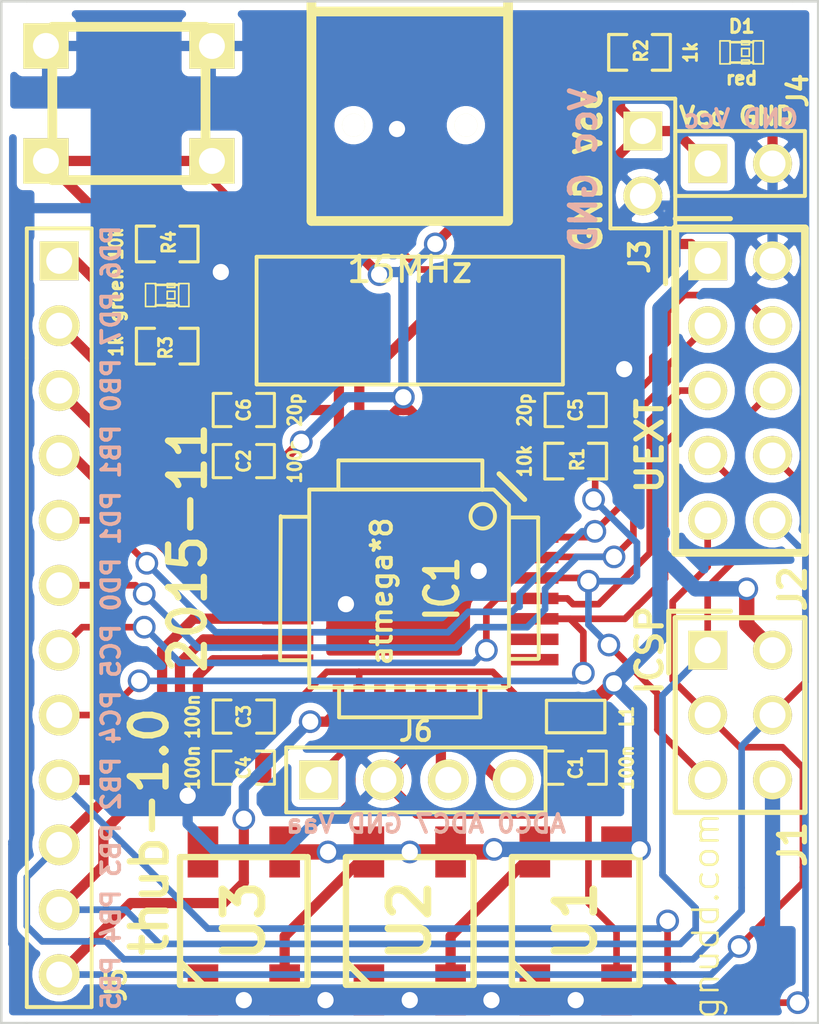
<source format=kicad_pcb>
(kicad_pcb (version 3) (host pcbnew "(22-Jun-2014 BZR 4027)-stable")

  (general
    (links 83)
    (no_connects 0)
    (area 73.558333 98.003956 133.6096 142.964066)
    (thickness 1.6)
    (drawings 24)
    (tracks 489)
    (zones 0)
    (modules 26)
    (nets 30)
  )

  (page A3)
  (layers
    (15 F.Cu signal hide)
    (0 B.Cu signal hide)
    (16 B.Adhes user)
    (17 F.Adhes user)
    (18 B.Paste user)
    (19 F.Paste user)
    (20 B.SilkS user)
    (21 F.SilkS user)
    (22 B.Mask user)
    (23 F.Mask user)
    (24 Dwgs.User user)
    (25 Cmts.User user)
    (26 Eco1.User user)
    (27 Eco2.User user)
    (28 Edge.Cuts user)
  )

  (setup
    (last_trace_width 0.2)
    (user_trace_width 0.26)
    (user_trace_width 0.4)
    (user_trace_width 0.6)
    (user_trace_width 0.8)
    (user_trace_width 1.2)
    (user_trace_width 1.6)
    (trace_clearance 0.25)
    (zone_clearance 0.3)
    (zone_45_only no)
    (trace_min 0.2)
    (segment_width 0.2)
    (edge_width 0.1)
    (via_size 0.889)
    (via_drill 0.635)
    (via_min_size 0.889)
    (via_min_drill 0.508)
    (uvia_size 0.508)
    (uvia_drill 0.127)
    (uvias_allowed no)
    (uvia_min_size 0.508)
    (uvia_min_drill 0.127)
    (pcb_text_width 0.3)
    (pcb_text_size 1.5 1.5)
    (mod_edge_width 0.15)
    (mod_text_size 1 1)
    (mod_text_width 0.15)
    (pad_size 1.6 1.6)
    (pad_drill 1.016)
    (pad_to_mask_clearance 0)
    (aux_axis_origin 0 0)
    (visible_elements FFFFFFBF)
    (pcbplotparams
      (layerselection 284983297)
      (usegerberextensions true)
      (excludeedgelayer true)
      (linewidth 0.150000)
      (plotframeref false)
      (viasonmask false)
      (mode 1)
      (useauxorigin false)
      (hpglpennumber 1)
      (hpglpenspeed 20)
      (hpglpendiameter 15)
      (hpglpenoverlay 2)
      (psnegative false)
      (psa4output false)
      (plotreference true)
      (plotvalue true)
      (plotothertext true)
      (plotinvisibletext false)
      (padsonsilk false)
      (subtractmaskfromsilk true)
      (outputformat 1)
      (mirror false)
      (drillshape 0)
      (scaleselection 1)
      (outputdirectory output))
  )

  (net 0 "")
  (net 1 /ADC0)
  (net 2 /ADC7)
  (net 3 /AREF)
  (net 4 /BUTTON)
  (net 5 /LEDPWM)
  (net 6 /MISO)
  (net 7 /MOSI)
  (net 8 /Neopixel)
  (net 9 /PB0)
  (net 10 /PB1)
  (net 11 /PD6)
  (net 12 /PD7)
  (net 13 /RESET)
  (net 14 /RXD)
  (net 15 /SCK)
  (net 16 /SCL)
  (net 17 /SDA)
  (net 18 /SSEL)
  (net 19 /TXD)
  (net 20 /X1)
  (net 21 /X2)
  (net 22 GND)
  (net 23 GNDPWR)
  (net 24 N-0000012)
  (net 25 N-0000014)
  (net 26 N-000002)
  (net 27 N-000003)
  (net 28 VAA)
  (net 29 VCC)

  (net_class Default "This is the default net class."
    (clearance 0.25)
    (trace_width 0.2)
    (via_dia 0.889)
    (via_drill 0.635)
    (uvia_dia 0.508)
    (uvia_drill 0.127)
    (add_net "")
    (add_net /ADC0)
    (add_net /ADC7)
    (add_net /AREF)
    (add_net /BUTTON)
    (add_net /LEDPWM)
    (add_net /MISO)
    (add_net /MOSI)
    (add_net /Neopixel)
    (add_net /PB0)
    (add_net /PB1)
    (add_net /PD6)
    (add_net /PD7)
    (add_net /RESET)
    (add_net /RXD)
    (add_net /SCK)
    (add_net /SCL)
    (add_net /SDA)
    (add_net /SSEL)
    (add_net /TXD)
    (add_net /X1)
    (add_net /X2)
    (add_net GND)
    (add_net GNDPWR)
    (add_net N-0000012)
    (add_net N-0000014)
    (add_net N-000002)
    (add_net N-000003)
    (add_net VAA)
    (add_net VCC)
  )

  (module TQFP32 (layer F.Cu) (tedit 56377CE0) (tstamp 56355AD5)
    (at 116 123 270)
    (path /563559EA)
    (fp_text reference IC1 (at 0 -1.27 270) (layer F.SilkS)
      (effects (font (size 1.27 1.016) (thickness 0.2032)))
    )
    (fp_text value atmega*8 (at 0.1 1.1 270) (layer F.SilkS)
      (effects (font (size 0.8 0.8) (thickness 0.15)))
    )
    (fp_line (start 5.0292 2.7686) (end 3.8862 2.7686) (layer F.SilkS) (width 0.1524))
    (fp_line (start 5.0292 -2.7686) (end 3.9116 -2.7686) (layer F.SilkS) (width 0.1524))
    (fp_line (start 5.0292 2.7686) (end 5.0292 -2.7686) (layer F.SilkS) (width 0.1524))
    (fp_line (start 2.794 3.9624) (end 2.794 5.0546) (layer F.SilkS) (width 0.1524))
    (fp_line (start -2.8194 3.9878) (end -2.8194 5.0546) (layer F.SilkS) (width 0.1524))
    (fp_line (start -2.8448 5.0546) (end 2.794 5.08) (layer F.SilkS) (width 0.1524))
    (fp_line (start -2.794 -5.0292) (end 2.7178 -5.0546) (layer F.SilkS) (width 0.1524))
    (fp_line (start -3.8862 -3.2766) (end -3.8862 3.9116) (layer F.SilkS) (width 0.1524))
    (fp_line (start 2.7432 -5.0292) (end 2.7432 -3.9878) (layer F.SilkS) (width 0.1524))
    (fp_line (start -3.2512 -3.8862) (end 3.81 -3.8862) (layer F.SilkS) (width 0.1524))
    (fp_line (start 3.8608 3.937) (end 3.8608 -3.7846) (layer F.SilkS) (width 0.1524))
    (fp_line (start -3.8862 3.937) (end 3.7338 3.937) (layer F.SilkS) (width 0.1524))
    (fp_line (start -5.0292 -2.8448) (end -5.0292 2.794) (layer F.SilkS) (width 0.1524))
    (fp_line (start -5.0292 2.794) (end -3.8862 2.794) (layer F.SilkS) (width 0.1524))
    (fp_line (start -3.87604 -3.302) (end -3.29184 -3.8862) (layer F.SilkS) (width 0.1524))
    (fp_line (start -5.02412 -2.8448) (end -3.87604 -2.8448) (layer F.SilkS) (width 0.1524))
    (fp_line (start -2.794 -3.8862) (end -2.794 -5.03428) (layer F.SilkS) (width 0.1524))
    (fp_circle (center -2.83972 -2.86004) (end -2.43332 -2.60604) (layer F.SilkS) (width 0.1524))
    (pad 8 smd rect (at -4.81584 2.77622 270) (size 1.99898 0.44958)
      (layers F.Cu F.Paste F.Mask)
      (net 21 /X2)
    )
    (pad 7 smd rect (at -4.81584 1.97612 270) (size 1.99898 0.44958)
      (layers F.Cu F.Paste F.Mask)
      (net 20 /X1)
    )
    (pad 6 smd rect (at -4.81584 1.17602 270) (size 1.99898 0.44958)
      (layers F.Cu F.Paste F.Mask)
      (net 29 VCC)
    )
    (pad 5 smd rect (at -4.81584 0.37592 270) (size 1.99898 0.44958)
      (layers F.Cu F.Paste F.Mask)
      (net 22 GND)
    )
    (pad 4 smd rect (at -4.81584 -0.42418 270) (size 1.99898 0.44958)
      (layers F.Cu F.Paste F.Mask)
      (net 29 VCC)
    )
    (pad 3 smd rect (at -4.81584 -1.22428 270) (size 1.99898 0.44958)
      (layers F.Cu F.Paste F.Mask)
      (net 22 GND)
    )
    (pad 2 smd rect (at -4.81584 -2.02438 270) (size 1.99898 0.44958)
      (layers F.Cu F.Paste F.Mask)
    )
    (pad 1 smd rect (at -4.81584 -2.82448 270) (size 1.99898 0.44958)
      (layers F.Cu F.Paste F.Mask)
    )
    (pad 24 smd rect (at 4.7498 -2.8194 270) (size 1.99898 0.44958)
      (layers F.Cu F.Paste F.Mask)
      (net 8 /Neopixel)
    )
    (pad 17 smd rect (at 4.7498 2.794 270) (size 1.99898 0.44958)
      (layers F.Cu F.Paste F.Mask)
      (net 15 /SCK)
    )
    (pad 18 smd rect (at 4.7498 1.9812 270) (size 1.99898 0.44958)
      (layers F.Cu F.Paste F.Mask)
      (net 28 VAA)
    )
    (pad 19 smd rect (at 4.7498 1.1684 270) (size 1.99898 0.44958)
      (layers F.Cu F.Paste F.Mask)
    )
    (pad 20 smd rect (at 4.7498 0.381 270) (size 1.99898 0.44958)
      (layers F.Cu F.Paste F.Mask)
      (net 3 /AREF)
    )
    (pad 21 smd rect (at 4.7498 -0.4318 270) (size 1.99898 0.44958)
      (layers F.Cu F.Paste F.Mask)
      (net 22 GND)
    )
    (pad 22 smd rect (at 4.7498 -1.2192 270) (size 1.99898 0.44958)
      (layers F.Cu F.Paste F.Mask)
      (net 2 /ADC7)
    )
    (pad 23 smd rect (at 4.7498 -2.032 270) (size 1.99898 0.44958)
      (layers F.Cu F.Paste F.Mask)
      (net 1 /ADC0)
    )
    (pad 32 smd rect (at -2.82448 -4.826 270) (size 0.44958 1.99898)
      (layers F.Cu F.Paste F.Mask)
      (net 4 /BUTTON)
    )
    (pad 31 smd rect (at -2.02692 -4.826 270) (size 0.44958 1.99898)
      (layers F.Cu F.Paste F.Mask)
      (net 14 /RXD)
    )
    (pad 30 smd rect (at -1.22428 -4.826 270) (size 0.44958 1.99898)
      (layers F.Cu F.Paste F.Mask)
      (net 19 /TXD)
    )
    (pad 29 smd rect (at -0.42672 -4.826 270) (size 0.44958 1.99898)
      (layers F.Cu F.Paste F.Mask)
      (net 13 /RESET)
    )
    (pad 28 smd rect (at 0.37592 -4.826 270) (size 0.44958 1.99898)
      (layers F.Cu F.Paste F.Mask)
      (net 16 /SCL)
    )
    (pad 27 smd rect (at 1.17348 -4.826 270) (size 0.44958 1.99898)
      (layers F.Cu F.Paste F.Mask)
      (net 17 /SDA)
    )
    (pad 26 smd rect (at 1.97612 -4.826 270) (size 0.44958 1.99898)
      (layers F.Cu F.Paste F.Mask)
    )
    (pad 25 smd rect (at 2.77368 -4.826 270) (size 0.44958 1.99898)
      (layers F.Cu F.Paste F.Mask)
    )
    (pad 9 smd rect (at -2.8194 4.7752 270) (size 0.44958 1.99898)
      (layers F.Cu F.Paste F.Mask)
      (net 5 /LEDPWM)
    )
    (pad 10 smd rect (at -2.032 4.7752 270) (size 0.44958 1.99898)
      (layers F.Cu F.Paste F.Mask)
      (net 11 /PD6)
    )
    (pad 11 smd rect (at -1.2192 4.7752 270) (size 0.44958 1.99898)
      (layers F.Cu F.Paste F.Mask)
      (net 12 /PD7)
    )
    (pad 12 smd rect (at -0.4318 4.7752 270) (size 0.44958 1.99898)
      (layers F.Cu F.Paste F.Mask)
      (net 9 /PB0)
    )
    (pad 13 smd rect (at 0.3556 4.7752 270) (size 0.44958 1.99898)
      (layers F.Cu F.Paste F.Mask)
      (net 10 /PB1)
    )
    (pad 14 smd rect (at 1.1684 4.7752 270) (size 0.44958 1.99898)
      (layers F.Cu F.Paste F.Mask)
      (net 18 /SSEL)
    )
    (pad 15 smd rect (at 1.9812 4.7752 270) (size 0.44958 1.99898)
      (layers F.Cu F.Paste F.Mask)
      (net 7 /MOSI)
    )
    (pad 16 smd rect (at 2.794 4.7752 270) (size 0.44958 1.99898)
      (layers F.Cu F.Paste F.Mask)
      (net 6 /MISO)
    )
    (model smd/tqfp32.wrl
      (at (xyz 0 0 0))
      (scale (xyz 1 1 1))
      (rotate (xyz 0 0 0))
    )
  )

  (module USB_MINI_B (layer F.Cu) (tedit 56372EF1) (tstamp 5635CC35)
    (at 116 104 270)
    (descr "USB Mini-B 5-pin SMD connector")
    (tags "USB, Mini-B, connector")
    (path /5635CA8A)
    (fp_text reference CON1 (at 0 6.90118 270) (layer F.SilkS) hide
      (effects (font (size 1.016 1.016) (thickness 0.2032)))
    )
    (fp_text value USB-MINI-B (at 0 -7.0993 270) (layer F.SilkS) hide
      (effects (font (size 1.016 1.016) (thickness 0.2032)))
    )
    (fp_line (start -3.59918 -3.85064) (end -3.59918 3.85064) (layer F.SilkS) (width 0.381))
    (fp_line (start -4.59994 -3.85064) (end -4.59994 3.85064) (layer F.SilkS) (width 0.381))
    (fp_line (start -4.59994 3.85064) (end 4.59994 3.85064) (layer F.SilkS) (width 0.381))
    (fp_line (start 4.59994 3.85064) (end 4.59994 -3.85064) (layer F.SilkS) (width 0.381))
    (fp_line (start 4.59994 -3.85064) (end -4.59994 -3.85064) (layer F.SilkS) (width 0.381))
    (pad 1 smd rect (at 3.44932 -1.6002 270) (size 2.30124 0.50038)
      (layers F.Cu F.Paste F.Mask)
      (net 29 VCC)
    )
    (pad 2 smd rect (at 3.44932 -0.8001 270) (size 2.30124 0.50038)
      (layers F.Cu F.Paste F.Mask)
    )
    (pad 3 smd rect (at 3.44932 0 270) (size 2.30124 0.50038)
      (layers F.Cu F.Paste F.Mask)
    )
    (pad 4 smd rect (at 3.44932 0.8001 270) (size 2.30124 0.50038)
      (layers F.Cu F.Paste F.Mask)
    )
    (pad 5 smd rect (at 3.44932 1.6002 270) (size 2.30124 0.50038)
      (layers F.Cu F.Paste F.Mask)
      (net 22 GND)
    )
    (pad 6 smd rect (at 3.35026 -4.45008 270) (size 2.49936 1.99898)
      (layers F.Cu F.Paste F.Mask)
      (net 23 GNDPWR)
    )
    (pad 7 smd rect (at -2.14884 -4.45008 270) (size 2.49936 1.99898)
      (layers F.Cu F.Paste F.Mask)
      (net 23 GNDPWR)
    )
    (pad 8 smd rect (at 3.35026 4.45008 270) (size 2.49936 1.99898)
      (layers F.Cu F.Paste F.Mask)
      (net 23 GNDPWR)
    )
    (pad 9 smd rect (at -2.14884 4.45008 270) (size 2.49936 1.99898)
      (layers F.Cu F.Paste F.Mask)
      (net 23 GNDPWR)
    )
    (pad "" np_thru_hole circle (at 0.8509 -2.19964 270) (size 0.89916 0.89916) (drill 0.89916)
      (layers *.Cu *.Mask F.SilkS)
    )
    (pad 2 np_thru_hole circle (at 0.8509 2.19964 270) (size 0.89916 0.89916) (drill 0.89916)
      (layers *.Cu *.Mask F.SilkS)
    )
  )

  (module PIN_ARRAY_5x2 (layer F.Cu) (tedit 56373620) (tstamp 5635D8AE)
    (at 128.94 115.24 270)
    (descr "Double rangee de contacts 2 x 5 pins")
    (tags CONN)
    (path /56373D77)
    (fp_text reference J2 (at 7.76 -2.06 270) (layer F.SilkS)
      (effects (font (size 1.016 1.016) (thickness 0.2032)))
    )
    (fp_text value UEXT (at 0 -3.81 270) (layer F.SilkS) hide
      (effects (font (size 1.016 1.016) (thickness 0.2032)))
    )
    (fp_line (start -6.35 -2.54) (end 6.35 -2.54) (layer F.SilkS) (width 0.3048))
    (fp_line (start 6.35 -2.54) (end 6.35 2.54) (layer F.SilkS) (width 0.3048))
    (fp_line (start 6.35 2.54) (end -6.35 2.54) (layer F.SilkS) (width 0.3048))
    (fp_line (start -6.35 2.54) (end -6.35 -2.54) (layer F.SilkS) (width 0.3048))
    (pad 1 thru_hole rect (at -5.08 1.27 270) (size 1.524 1.524) (drill 1.016)
      (layers *.Cu *.Mask F.SilkS)
      (net 29 VCC)
    )
    (pad 2 thru_hole circle (at -5.08 -1.27 270) (size 1.524 1.524) (drill 1.016)
      (layers *.Cu *.Mask F.SilkS)
      (net 22 GND)
    )
    (pad 3 thru_hole circle (at -2.54 1.27 270) (size 1.524 1.524) (drill 1.016)
      (layers *.Cu *.Mask F.SilkS)
      (net 19 /TXD)
    )
    (pad 4 thru_hole circle (at -2.54 -1.27 270) (size 1.524 1.524) (drill 1.016)
      (layers *.Cu *.Mask F.SilkS)
      (net 14 /RXD)
    )
    (pad 5 thru_hole circle (at 0 1.27 270) (size 1.524 1.524) (drill 1.016)
      (layers *.Cu *.Mask F.SilkS)
      (net 16 /SCL)
    )
    (pad 6 thru_hole circle (at 0 -1.27 270) (size 1.524 1.524) (drill 1.016)
      (layers *.Cu *.Mask F.SilkS)
      (net 17 /SDA)
    )
    (pad 7 thru_hole circle (at 2.54 1.27 270) (size 1.524 1.524) (drill 1.016)
      (layers *.Cu *.Mask F.SilkS)
      (net 6 /MISO)
    )
    (pad 8 thru_hole circle (at 2.54 -1.27 270) (size 1.524 1.524) (drill 1.016)
      (layers *.Cu *.Mask F.SilkS)
      (net 7 /MOSI)
    )
    (pad 9 thru_hole circle (at 5.08 1.27 270) (size 1.524 1.524) (drill 1.016)
      (layers *.Cu *.Mask F.SilkS)
      (net 15 /SCK)
    )
    (pad 10 thru_hole circle (at 5.08 -1.27 270) (size 1.524 1.524) (drill 1.016)
      (layers *.Cu *.Mask F.SilkS)
      (net 18 /SSEL)
    )
    (model pin_array/pins_array_5x2.wrl
      (at (xyz 0 0 0))
      (scale (xyz 1 1 1))
      (rotate (xyz 0 0 0))
    )
  )

  (module pin_array_3x2 (layer F.Cu) (tedit 56373619) (tstamp 5635D8BC)
    (at 128.94 127.94 270)
    (descr "Double rangee de contacts 2 x 4 pins")
    (tags CONN)
    (path /5635D671)
    (fp_text reference J1 (at 5.06 -2.06 270) (layer F.SilkS)
      (effects (font (size 1.016 1.016) (thickness 0.2032)))
    )
    (fp_text value ICSP (at 0 3.81 270) (layer F.SilkS) hide
      (effects (font (size 1.016 1.016) (thickness 0.2032)))
    )
    (fp_line (start 3.81 2.54) (end -3.81 2.54) (layer F.SilkS) (width 0.2032))
    (fp_line (start -3.81 -2.54) (end 3.81 -2.54) (layer F.SilkS) (width 0.2032))
    (fp_line (start 3.81 -2.54) (end 3.81 2.54) (layer F.SilkS) (width 0.2032))
    (fp_line (start -3.81 2.54) (end -3.81 -2.54) (layer F.SilkS) (width 0.2032))
    (pad 1 thru_hole rect (at -2.54 1.27 270) (size 1.524 1.524) (drill 1.016)
      (layers *.Cu *.Mask F.SilkS)
      (net 6 /MISO)
    )
    (pad 2 thru_hole circle (at -2.54 -1.27 270) (size 1.524 1.524) (drill 1.016)
      (layers *.Cu *.Mask F.SilkS)
      (net 29 VCC)
    )
    (pad 3 thru_hole circle (at 0 1.27 270) (size 1.524 1.524) (drill 1.016)
      (layers *.Cu *.Mask F.SilkS)
      (net 15 /SCK)
    )
    (pad 4 thru_hole circle (at 0 -1.27 270) (size 1.524 1.524) (drill 1.016)
      (layers *.Cu *.Mask F.SilkS)
      (net 7 /MOSI)
    )
    (pad 5 thru_hole circle (at 2.54 1.27 270) (size 1.524 1.524) (drill 1.016)
      (layers *.Cu *.Mask F.SilkS)
      (net 13 /RESET)
    )
    (pad 6 thru_hole circle (at 2.54 -1.27 270) (size 1.524 1.524) (drill 1.016)
      (layers *.Cu *.Mask F.SilkS)
      (net 22 GND)
    )
    (model pin_array/pins_array_3x2.wrl
      (at (xyz 0 0 0))
      (scale (xyz 1 1 1))
      (rotate (xyz 0 0 0))
    )
  )

  (module Xtal-smd (layer F.Cu) (tedit 56372F03) (tstamp 5635D9F7)
    (at 116 112.5 180)
    (path /5635CA44)
    (fp_text reference X1 (at 0 -4 180) (layer F.SilkS) hide
      (effects (font (size 1 1) (thickness 0.15)))
    )
    (fp_text value 16MHz (at 0 2 180) (layer F.SilkS)
      (effects (font (size 1 1) (thickness 0.15)))
    )
    (fp_line (start -6 -2.5) (end 6 -2.5) (layer F.SilkS) (width 0.15))
    (fp_line (start 6 -2.5) (end 6 2.5) (layer F.SilkS) (width 0.15))
    (fp_line (start 6 2.5) (end -6 2.5) (layer F.SilkS) (width 0.15))
    (fp_line (start -6 2.5) (end -6 -2.5) (layer F.SilkS) (width 0.15))
    (pad 1 smd rect (at -4.5 0 180) (size 5 2)
      (layers F.Cu F.Paste F.Mask)
      (net 20 /X1)
    )
    (pad 2 smd rect (at 4.5 0 180) (size 5 2)
      (layers F.Cu F.Paste F.Mask)
      (net 21 /X2)
    )
  )

  (module WS2812B (layer F.Cu) (tedit 56372FAA) (tstamp 5635DA04)
    (at 122.5 136 270)
    (path /5635D6B8)
    (fp_text reference U1 (at 0 0 270) (layer F.SilkS)
      (effects (font (size 1.524 1.524) (thickness 0.3048)))
    )
    (fp_text value WS2812B (at 0.635 -3.81 270) (layer F.SilkS) hide
      (effects (font (size 1.524 1.524) (thickness 0.3048)))
    )
    (fp_line (start 1.6002 2.49936) (end 2.49936 1.6002) (layer F.SilkS) (width 0.24892))
    (fp_line (start -2.49936 -2.49936) (end 2.49936 -2.49936) (layer F.SilkS) (width 0.24892))
    (fp_line (start 2.49936 -2.49936) (end 2.49936 2.49936) (layer F.SilkS) (width 0.24892))
    (fp_line (start 2.49936 2.49936) (end -2.49936 2.49936) (layer F.SilkS) (width 0.24892))
    (fp_line (start -2.49936 2.49936) (end -2.49936 -2.4003) (layer F.SilkS) (width 0.24892))
    (pad 1 smd rect (at -2.70002 -1.6002 270) (size 1.99898 1.19888)
      (layers F.Cu F.Paste F.Mask)
      (net 29 VCC)
    )
    (pad 2 smd rect (at -2.70002 1.6002 270) (size 1.99898 1.19888)
      (layers F.Cu F.Paste F.Mask)
      (net 26 N-000002)
    )
    (pad 3 smd rect (at 2.70002 1.6002 270) (size 1.99898 1.19888)
      (layers F.Cu F.Paste F.Mask)
      (net 22 GND)
    )
    (pad 4 smd rect (at 2.70002 -1.6002 270) (size 1.99898 1.19888)
      (layers F.Cu F.Paste F.Mask)
      (net 8 /Neopixel)
    )
  )

  (module WS2812B (layer F.Cu) (tedit 56372FAE) (tstamp 5635DA11)
    (at 116 136 270)
    (path /5635D6C7)
    (fp_text reference U2 (at 0 0 270) (layer F.SilkS)
      (effects (font (size 1.524 1.524) (thickness 0.3048)))
    )
    (fp_text value WS2812B (at 0.635 -3.81 270) (layer F.SilkS) hide
      (effects (font (size 1.524 1.524) (thickness 0.3048)))
    )
    (fp_line (start 1.6002 2.49936) (end 2.49936 1.6002) (layer F.SilkS) (width 0.24892))
    (fp_line (start -2.49936 -2.49936) (end 2.49936 -2.49936) (layer F.SilkS) (width 0.24892))
    (fp_line (start 2.49936 -2.49936) (end 2.49936 2.49936) (layer F.SilkS) (width 0.24892))
    (fp_line (start 2.49936 2.49936) (end -2.49936 2.49936) (layer F.SilkS) (width 0.24892))
    (fp_line (start -2.49936 2.49936) (end -2.49936 -2.4003) (layer F.SilkS) (width 0.24892))
    (pad 1 smd rect (at -2.70002 -1.6002 270) (size 1.99898 1.19888)
      (layers F.Cu F.Paste F.Mask)
      (net 29 VCC)
    )
    (pad 2 smd rect (at -2.70002 1.6002 270) (size 1.99898 1.19888)
      (layers F.Cu F.Paste F.Mask)
      (net 27 N-000003)
    )
    (pad 3 smd rect (at 2.70002 1.6002 270) (size 1.99898 1.19888)
      (layers F.Cu F.Paste F.Mask)
      (net 22 GND)
    )
    (pad 4 smd rect (at 2.70002 -1.6002 270) (size 1.99898 1.19888)
      (layers F.Cu F.Paste F.Mask)
      (net 26 N-000002)
    )
  )

  (module SW (layer F.Cu) (tedit 5543B7A7) (tstamp 5635DA1D)
    (at 105 104)
    (path /5635D772)
    (fp_text reference SW1 (at 0 0) (layer F.SilkS) hide
      (effects (font (size 1.524 1.524) (thickness 0.3048)))
    )
    (fp_text value BUTTON (at 0 0) (layer F.SilkS) hide
      (effects (font (size 1.524 1.524) (thickness 0.3048)))
    )
    (fp_line (start -2.99974 -2.99974) (end 2.99974 -2.99974) (layer F.SilkS) (width 0.381))
    (fp_line (start 2.99974 -2.99974) (end 2.99974 2.99974) (layer F.SilkS) (width 0.381))
    (fp_line (start 2.99974 2.99974) (end -2.99974 2.99974) (layer F.SilkS) (width 0.381))
    (fp_line (start -2.99974 2.99974) (end -2.99974 -2.99974) (layer F.SilkS) (width 0.381))
    (pad 1 thru_hole rect (at -3.2512 -2.25044) (size 1.778 1.778) (drill 1.016)
      (layers *.Cu *.Mask F.SilkS)
      (net 22 GND)
    )
    (pad 2 thru_hole rect (at 3.2512 -2.25044) (size 1.778 1.778) (drill 1.016)
      (layers *.Cu *.Mask F.SilkS)
      (net 22 GND)
    )
    (pad 3 thru_hole rect (at -3.2512 2.25044) (size 1.778 1.778) (drill 1.016)
      (layers *.Cu *.Mask F.SilkS)
      (net 4 /BUTTON)
    )
    (pad 4 thru_hole rect (at 3.2512 2.25044) (size 1.778 1.778) (drill 1.016)
      (layers *.Cu *.Mask F.SilkS)
      (net 4 /BUTTON)
    )
  )

  (module PIN_ARRAY_2X1 (layer F.Cu) (tedit 563781AD) (tstamp 56369318)
    (at 128.94 106.35)
    (descr "Connecteurs 2 pins")
    (tags "CONN DEV")
    (path /563692BA)
    (fp_text reference J4 (at 2.26 -2.85 90) (layer F.SilkS)
      (effects (font (size 0.762 0.762) (thickness 0.1524)))
    )
    (fp_text value breadboard (at 0 -1.905) (layer F.SilkS) hide
      (effects (font (size 0.762 0.762) (thickness 0.1524)))
    )
    (fp_line (start -2.54 1.27) (end -2.54 -1.27) (layer F.SilkS) (width 0.1524))
    (fp_line (start -2.54 -1.27) (end 2.54 -1.27) (layer F.SilkS) (width 0.1524))
    (fp_line (start 2.54 -1.27) (end 2.54 1.27) (layer F.SilkS) (width 0.1524))
    (fp_line (start 2.54 1.27) (end -2.54 1.27) (layer F.SilkS) (width 0.1524))
    (pad 1 thru_hole rect (at -1.27 0) (size 1.524 1.524) (drill 1.016)
      (layers *.Cu *.Mask F.SilkS)
      (net 29 VCC)
    )
    (pad 2 thru_hole circle (at 1.27 0) (size 1.524 1.524) (drill 1.016)
      (layers *.Cu *.Mask F.SilkS)
      (net 22 GND)
    )
    (model pin_array/pins_array_2x1.wrl
      (at (xyz 0 0 0))
      (scale (xyz 1 1 1))
      (rotate (xyz 0 0 0))
    )
  )

  (module PIN_ARRAY_2X1 (layer F.Cu) (tedit 5637364A) (tstamp 5636936B)
    (at 125.13 106.35 270)
    (descr "Connecteurs 2 pins")
    (tags "CONN DEV")
    (path /563692C9)
    (fp_text reference J3 (at 3.65 0.13 270) (layer F.SilkS)
      (effects (font (size 0.762 0.762) (thickness 0.1524)))
    )
    (fp_text value millefori (at 0 -1.905 270) (layer F.SilkS) hide
      (effects (font (size 0.762 0.762) (thickness 0.1524)))
    )
    (fp_line (start -2.54 1.27) (end -2.54 -1.27) (layer F.SilkS) (width 0.1524))
    (fp_line (start -2.54 -1.27) (end 2.54 -1.27) (layer F.SilkS) (width 0.1524))
    (fp_line (start 2.54 -1.27) (end 2.54 1.27) (layer F.SilkS) (width 0.1524))
    (fp_line (start 2.54 1.27) (end -2.54 1.27) (layer F.SilkS) (width 0.1524))
    (pad 1 thru_hole rect (at -1.27 0 270) (size 1.524 1.524) (drill 1.016)
      (layers *.Cu *.Mask F.SilkS)
      (net 29 VCC)
    )
    (pad 2 thru_hole circle (at 1.27 0 270) (size 1.524 1.524) (drill 1.016)
      (layers *.Cu *.Mask F.SilkS)
      (net 22 GND)
    )
    (model pin_array/pins_array_2x1.wrl
      (at (xyz 0 0 0))
      (scale (xyz 1 1 1))
      (rotate (xyz 0 0 0))
    )
  )

  (module STRIP-12 (layer F.Cu) (tedit 56372FD5) (tstamp 56369D0D)
    (at 102.27 124.13 270)
    (descr "Connecteurs 2 pins")
    (tags "CONN DEV")
    (path /56369BE2)
    (fp_text reference J5 (at 14.37 -2.23 270) (layer F.SilkS)
      (effects (font (size 0.762 0.762) (thickness 0.1524)))
    )
    (fp_text value STRIP-12 (at 0 -1.905 270) (layer F.SilkS) hide
      (effects (font (size 0.762 0.762) (thickness 0.1524)))
    )
    (fp_line (start -10.16 -1.27) (end 15.24 -1.27) (layer F.SilkS) (width 0.15))
    (fp_line (start 15.24 -1.27) (end 15.24 1.27) (layer F.SilkS) (width 0.15))
    (fp_line (start 15.24 1.27) (end -10.16 1.27) (layer F.SilkS) (width 0.15))
    (fp_line (start 15.24 -1.27) (end 15.24 1.27) (layer F.SilkS) (width 0.15))
    (fp_line (start -15.24 1.27) (end -15.24 -1.27) (layer F.SilkS) (width 0.1524))
    (fp_line (start -15.24 -1.27) (end -10.16 -1.27) (layer F.SilkS) (width 0.1524))
    (fp_line (start -10.16 1.27) (end -15.24 1.27) (layer F.SilkS) (width 0.1524))
    (pad 1 thru_hole rect (at -13.97 0 270) (size 1.524 1.524) (drill 1.016)
      (layers *.Cu *.Mask F.SilkS)
      (net 11 /PD6)
    )
    (pad 2 thru_hole circle (at -11.43 0 270) (size 1.6 1.6) (drill 1.016)
      (layers *.Cu *.Mask F.SilkS)
      (net 12 /PD7)
    )
    (pad 3 thru_hole circle (at -8.89 0 270) (size 1.6 1.6) (drill 1.016)
      (layers *.Cu *.Mask F.SilkS)
      (net 9 /PB0)
    )
    (pad 4 thru_hole circle (at -6.35 0 270) (size 1.6 1.6) (drill 1.016)
      (layers *.Cu *.Mask F.SilkS)
      (net 10 /PB1)
    )
    (pad 5 thru_hole circle (at -3.81 0 270) (size 1.6 1.6) (drill 1.016)
      (layers *.Cu *.Mask F.SilkS)
      (net 14 /RXD)
    )
    (pad 6 thru_hole circle (at -1.27 0 270) (size 1.6 1.6) (drill 1.016)
      (layers *.Cu *.Mask F.SilkS)
      (net 19 /TXD)
    )
    (pad 7 thru_hole circle (at 1.27 0 270) (size 1.6 1.6) (drill 1.016)
      (layers *.Cu *.Mask F.SilkS)
      (net 16 /SCL)
    )
    (pad 8 thru_hole circle (at 3.81 0 270) (size 1.6 1.6) (drill 1.016)
      (layers *.Cu *.Mask F.SilkS)
      (net 17 /SDA)
    )
    (pad 9 thru_hole circle (at 6.35 0 270) (size 1.6 1.6) (drill 1.016)
      (layers *.Cu *.Mask F.SilkS)
      (net 18 /SSEL)
    )
    (pad 10 thru_hole circle (at 8.89 0 270) (size 1.6 1.6) (drill 1.016)
      (layers *.Cu *.Mask F.SilkS)
      (net 7 /MOSI)
    )
    (pad 11 thru_hole circle (at 11.43 0 270) (size 1.6 1.6) (drill 1.016)
      (layers *.Cu *.Mask F.SilkS)
      (net 6 /MISO)
    )
    (pad 12 thru_hole circle (at 13.97 0 270) (size 1.6 1.6) (drill 1.016)
      (layers *.Cu *.Mask F.SilkS)
      (net 15 /SCK)
    )
    (model pin_array/pins_array_2x1.wrl
      (at (xyz 0 0 0))
      (scale (xyz 1 1 1))
      (rotate (xyz 0 0 0))
    )
  )

  (module WS2812B (layer F.Cu) (tedit 56372FB1) (tstamp 56369E43)
    (at 109.5 136 270)
    (path /56369E11)
    (fp_text reference U3 (at 0 0 270) (layer F.SilkS)
      (effects (font (size 1.524 1.524) (thickness 0.3048)))
    )
    (fp_text value WS2812B (at 0.635 -3.81 270) (layer F.SilkS) hide
      (effects (font (size 1.524 1.524) (thickness 0.3048)))
    )
    (fp_line (start 1.6002 2.49936) (end 2.49936 1.6002) (layer F.SilkS) (width 0.24892))
    (fp_line (start -2.49936 -2.49936) (end 2.49936 -2.49936) (layer F.SilkS) (width 0.24892))
    (fp_line (start 2.49936 -2.49936) (end 2.49936 2.49936) (layer F.SilkS) (width 0.24892))
    (fp_line (start 2.49936 2.49936) (end -2.49936 2.49936) (layer F.SilkS) (width 0.24892))
    (fp_line (start -2.49936 2.49936) (end -2.49936 -2.4003) (layer F.SilkS) (width 0.24892))
    (pad 1 smd rect (at -2.70002 -1.6002 270) (size 1.99898 1.19888)
      (layers F.Cu F.Paste F.Mask)
      (net 29 VCC)
    )
    (pad 2 smd rect (at -2.70002 1.6002 270) (size 1.99898 1.19888)
      (layers F.Cu F.Paste F.Mask)
    )
    (pad 3 smd rect (at 2.70002 1.6002 270) (size 1.99898 1.19888)
      (layers F.Cu F.Paste F.Mask)
      (net 22 GND)
    )
    (pad 4 smd rect (at 2.70002 -1.6002 270) (size 1.99898 1.19888)
      (layers F.Cu F.Paste F.Mask)
      (net 27 N-000003)
    )
  )

  (module SM0603_Resistor (layer F.Cu) (tedit 5637303C) (tstamp 563723EF)
    (at 122.5 118)
    (path /56370DC6)
    (attr smd)
    (fp_text reference R1 (at 0.0635 -0.0635 90) (layer F.SilkS)
      (effects (font (size 0.50038 0.4572) (thickness 0.1143)))
    )
    (fp_text value 10k (at -2 0 90) (layer F.SilkS)
      (effects (font (size 0.508 0.4572) (thickness 0.1143)))
    )
    (fp_line (start -0.50038 -0.6985) (end -1.2065 -0.6985) (layer F.SilkS) (width 0.127))
    (fp_line (start -1.2065 -0.6985) (end -1.2065 0.6985) (layer F.SilkS) (width 0.127))
    (fp_line (start -1.2065 0.6985) (end -0.50038 0.6985) (layer F.SilkS) (width 0.127))
    (fp_line (start 1.2065 -0.6985) (end 0.50038 -0.6985) (layer F.SilkS) (width 0.127))
    (fp_line (start 1.2065 -0.6985) (end 1.2065 0.6985) (layer F.SilkS) (width 0.127))
    (fp_line (start 1.2065 0.6985) (end 0.50038 0.6985) (layer F.SilkS) (width 0.127))
    (pad 1 smd rect (at -0.762 0) (size 0.635 1.143)
      (layers F.Cu F.Paste F.Mask)
      (net 29 VCC)
    )
    (pad 2 smd rect (at 0.762 0) (size 0.635 1.143)
      (layers F.Cu F.Paste F.Mask)
      (net 13 /RESET)
    )
    (model smd\resistors\R0603.wrl
      (at (xyz 0 0 0.001))
      (scale (xyz 0.5 0.5 0.5))
      (rotate (xyz 0 0 0))
    )
  )

  (module SM0603_Resistor (layer F.Cu) (tedit 5637304A) (tstamp 563723FB)
    (at 125 102)
    (path /56372372)
    (attr smd)
    (fp_text reference R2 (at 0.0635 -0.0635 90) (layer F.SilkS)
      (effects (font (size 0.50038 0.4572) (thickness 0.1143)))
    )
    (fp_text value 1k (at 2 0 90) (layer F.SilkS)
      (effects (font (size 0.508 0.4572) (thickness 0.1143)))
    )
    (fp_line (start -0.50038 -0.6985) (end -1.2065 -0.6985) (layer F.SilkS) (width 0.127))
    (fp_line (start -1.2065 -0.6985) (end -1.2065 0.6985) (layer F.SilkS) (width 0.127))
    (fp_line (start -1.2065 0.6985) (end -0.50038 0.6985) (layer F.SilkS) (width 0.127))
    (fp_line (start 1.2065 -0.6985) (end 0.50038 -0.6985) (layer F.SilkS) (width 0.127))
    (fp_line (start 1.2065 -0.6985) (end 1.2065 0.6985) (layer F.SilkS) (width 0.127))
    (fp_line (start 1.2065 0.6985) (end 0.50038 0.6985) (layer F.SilkS) (width 0.127))
    (pad 1 smd rect (at -0.762 0) (size 0.635 1.143)
      (layers F.Cu F.Paste F.Mask)
      (net 29 VCC)
    )
    (pad 2 smd rect (at 0.762 0) (size 0.635 1.143)
      (layers F.Cu F.Paste F.Mask)
      (net 25 N-0000014)
    )
    (model smd\resistors\R0603.wrl
      (at (xyz 0 0 0.001))
      (scale (xyz 0.5 0.5 0.5))
      (rotate (xyz 0 0 0))
    )
  )

  (module SM0603_Resistor (layer F.Cu) (tedit 56373043) (tstamp 56372407)
    (at 106.5 113.5 180)
    (path /56372414)
    (attr smd)
    (fp_text reference R3 (at 0.0635 -0.0635 270) (layer F.SilkS)
      (effects (font (size 0.50038 0.4572) (thickness 0.1143)))
    )
    (fp_text value 1k (at 2 0 270) (layer F.SilkS)
      (effects (font (size 0.508 0.4572) (thickness 0.1143)))
    )
    (fp_line (start -0.50038 -0.6985) (end -1.2065 -0.6985) (layer F.SilkS) (width 0.127))
    (fp_line (start -1.2065 -0.6985) (end -1.2065 0.6985) (layer F.SilkS) (width 0.127))
    (fp_line (start -1.2065 0.6985) (end -0.50038 0.6985) (layer F.SilkS) (width 0.127))
    (fp_line (start 1.2065 -0.6985) (end 0.50038 -0.6985) (layer F.SilkS) (width 0.127))
    (fp_line (start 1.2065 -0.6985) (end 1.2065 0.6985) (layer F.SilkS) (width 0.127))
    (fp_line (start 1.2065 0.6985) (end 0.50038 0.6985) (layer F.SilkS) (width 0.127))
    (pad 1 smd rect (at -0.762 0 180) (size 0.635 1.143)
      (layers F.Cu F.Paste F.Mask)
      (net 5 /LEDPWM)
    )
    (pad 2 smd rect (at 0.762 0 180) (size 0.635 1.143)
      (layers F.Cu F.Paste F.Mask)
      (net 24 N-0000012)
    )
    (model smd\resistors\R0603.wrl
      (at (xyz 0 0 0.001))
      (scale (xyz 0.5 0.5 0.5))
      (rotate (xyz 0 0 0))
    )
  )

  (module SM0603_Capa (layer F.Cu) (tedit 5637303E) (tstamp 56372413)
    (at 122.5 116)
    (path /56370BE6)
    (attr smd)
    (fp_text reference C5 (at 0 0 90) (layer F.SilkS)
      (effects (font (size 0.508 0.4572) (thickness 0.1143)))
    )
    (fp_text value 20p (at -2 0 90) (layer F.SilkS)
      (effects (font (size 0.508 0.4572) (thickness 0.1143)))
    )
    (fp_line (start 0.50038 0.65024) (end 1.19888 0.65024) (layer F.SilkS) (width 0.11938))
    (fp_line (start -0.50038 0.65024) (end -1.19888 0.65024) (layer F.SilkS) (width 0.11938))
    (fp_line (start 0.50038 -0.65024) (end 1.19888 -0.65024) (layer F.SilkS) (width 0.11938))
    (fp_line (start -1.19888 -0.65024) (end -0.50038 -0.65024) (layer F.SilkS) (width 0.11938))
    (fp_line (start 1.19888 -0.635) (end 1.19888 0.635) (layer F.SilkS) (width 0.11938))
    (fp_line (start -1.19888 0.635) (end -1.19888 -0.635) (layer F.SilkS) (width 0.11938))
    (pad 1 smd rect (at -0.762 0) (size 0.635 1.143)
      (layers F.Cu F.Paste F.Mask)
      (net 20 /X1)
    )
    (pad 2 smd rect (at 0.762 0) (size 0.635 1.143)
      (layers F.Cu F.Paste F.Mask)
      (net 22 GND)
    )
    (model smd\capacitors\C0603.wrl
      (at (xyz 0 0 0.001))
      (scale (xyz 0.5 0.5 0.5))
      (rotate (xyz 0 0 0))
    )
  )

  (module SM0603_Capa (layer F.Cu) (tedit 56373038) (tstamp 5637241F)
    (at 109.5 116 180)
    (path /56370BF5)
    (attr smd)
    (fp_text reference C6 (at 0 0 270) (layer F.SilkS)
      (effects (font (size 0.508 0.4572) (thickness 0.1143)))
    )
    (fp_text value 20p (at -2 0 270) (layer F.SilkS)
      (effects (font (size 0.508 0.4572) (thickness 0.1143)))
    )
    (fp_line (start 0.50038 0.65024) (end 1.19888 0.65024) (layer F.SilkS) (width 0.11938))
    (fp_line (start -0.50038 0.65024) (end -1.19888 0.65024) (layer F.SilkS) (width 0.11938))
    (fp_line (start 0.50038 -0.65024) (end 1.19888 -0.65024) (layer F.SilkS) (width 0.11938))
    (fp_line (start -1.19888 -0.65024) (end -0.50038 -0.65024) (layer F.SilkS) (width 0.11938))
    (fp_line (start 1.19888 -0.635) (end 1.19888 0.635) (layer F.SilkS) (width 0.11938))
    (fp_line (start -1.19888 0.635) (end -1.19888 -0.635) (layer F.SilkS) (width 0.11938))
    (pad 1 smd rect (at -0.762 0 180) (size 0.635 1.143)
      (layers F.Cu F.Paste F.Mask)
      (net 21 /X2)
    )
    (pad 2 smd rect (at 0.762 0 180) (size 0.635 1.143)
      (layers F.Cu F.Paste F.Mask)
      (net 22 GND)
    )
    (model smd\capacitors\C0603.wrl
      (at (xyz 0 0 0.001))
      (scale (xyz 0.5 0.5 0.5))
      (rotate (xyz 0 0 0))
    )
  )

  (module SM0603_Capa (layer F.Cu) (tedit 5637413C) (tstamp 5637242B)
    (at 122.5 130 180)
    (path /56371219)
    (attr smd)
    (fp_text reference C1 (at 0 0 270) (layer F.SilkS)
      (effects (font (size 0.508 0.4572) (thickness 0.1143)))
    )
    (fp_text value 100n (at -2 0 270) (layer F.SilkS)
      (effects (font (size 0.508 0.4572) (thickness 0.1143)))
    )
    (fp_line (start 0.50038 0.65024) (end 1.19888 0.65024) (layer F.SilkS) (width 0.11938))
    (fp_line (start -0.50038 0.65024) (end -1.19888 0.65024) (layer F.SilkS) (width 0.11938))
    (fp_line (start 0.50038 -0.65024) (end 1.19888 -0.65024) (layer F.SilkS) (width 0.11938))
    (fp_line (start -1.19888 -0.65024) (end -0.50038 -0.65024) (layer F.SilkS) (width 0.11938))
    (fp_line (start 1.19888 -0.635) (end 1.19888 0.635) (layer F.SilkS) (width 0.11938))
    (fp_line (start -1.19888 0.635) (end -1.19888 -0.635) (layer F.SilkS) (width 0.11938))
    (pad 1 smd rect (at -0.762 0 180) (size 0.635 1.143)
      (layers F.Cu F.Paste F.Mask)
      (net 29 VCC)
    )
    (pad 2 smd rect (at 0.762 0 180) (size 0.635 1.143)
      (layers F.Cu F.Paste F.Mask)
      (net 22 GND)
    )
    (model smd\capacitors\C0603.wrl
      (at (xyz 0 0 0.001))
      (scale (xyz 0.5 0.5 0.5))
      (rotate (xyz 0 0 0))
    )
  )

  (module SM0603_Capa (layer F.Cu) (tedit 56373036) (tstamp 56372437)
    (at 109.5 118 180)
    (path /56371225)
    (attr smd)
    (fp_text reference C2 (at 0 0 270) (layer F.SilkS)
      (effects (font (size 0.508 0.4572) (thickness 0.1143)))
    )
    (fp_text value 100n (at -2 0 270) (layer F.SilkS)
      (effects (font (size 0.508 0.4572) (thickness 0.1143)))
    )
    (fp_line (start 0.50038 0.65024) (end 1.19888 0.65024) (layer F.SilkS) (width 0.11938))
    (fp_line (start -0.50038 0.65024) (end -1.19888 0.65024) (layer F.SilkS) (width 0.11938))
    (fp_line (start 0.50038 -0.65024) (end 1.19888 -0.65024) (layer F.SilkS) (width 0.11938))
    (fp_line (start -1.19888 -0.65024) (end -0.50038 -0.65024) (layer F.SilkS) (width 0.11938))
    (fp_line (start 1.19888 -0.635) (end 1.19888 0.635) (layer F.SilkS) (width 0.11938))
    (fp_line (start -1.19888 0.635) (end -1.19888 -0.635) (layer F.SilkS) (width 0.11938))
    (pad 1 smd rect (at -0.762 0 180) (size 0.635 1.143)
      (layers F.Cu F.Paste F.Mask)
      (net 29 VCC)
    )
    (pad 2 smd rect (at 0.762 0 180) (size 0.635 1.143)
      (layers F.Cu F.Paste F.Mask)
      (net 22 GND)
    )
    (model smd\capacitors\C0603.wrl
      (at (xyz 0 0 0.001))
      (scale (xyz 0.5 0.5 0.5))
      (rotate (xyz 0 0 0))
    )
  )

  (module SM0603_Capa (layer F.Cu) (tedit 56374148) (tstamp 56372443)
    (at 109.5 128 180)
    (path /56371231)
    (attr smd)
    (fp_text reference C3 (at 0 0 270) (layer F.SilkS)
      (effects (font (size 0.508 0.4572) (thickness 0.1143)))
    )
    (fp_text value 100n (at 2 0 270) (layer F.SilkS)
      (effects (font (size 0.508 0.4572) (thickness 0.1143)))
    )
    (fp_line (start 0.50038 0.65024) (end 1.19888 0.65024) (layer F.SilkS) (width 0.11938))
    (fp_line (start -0.50038 0.65024) (end -1.19888 0.65024) (layer F.SilkS) (width 0.11938))
    (fp_line (start 0.50038 -0.65024) (end 1.19888 -0.65024) (layer F.SilkS) (width 0.11938))
    (fp_line (start -1.19888 -0.65024) (end -0.50038 -0.65024) (layer F.SilkS) (width 0.11938))
    (fp_line (start 1.19888 -0.635) (end 1.19888 0.635) (layer F.SilkS) (width 0.11938))
    (fp_line (start -1.19888 0.635) (end -1.19888 -0.635) (layer F.SilkS) (width 0.11938))
    (pad 1 smd rect (at -0.762 0 180) (size 0.635 1.143)
      (layers F.Cu F.Paste F.Mask)
      (net 28 VAA)
    )
    (pad 2 smd rect (at 0.762 0 180) (size 0.635 1.143)
      (layers F.Cu F.Paste F.Mask)
      (net 22 GND)
    )
    (model smd\capacitors\C0603.wrl
      (at (xyz 0 0 0.001))
      (scale (xyz 0.5 0.5 0.5))
      (rotate (xyz 0 0 0))
    )
  )

  (module SM0603_Capa (layer F.Cu) (tedit 56374136) (tstamp 5637244F)
    (at 109.5 130 180)
    (path /5637123D)
    (attr smd)
    (fp_text reference C4 (at 0 0 270) (layer F.SilkS)
      (effects (font (size 0.508 0.4572) (thickness 0.1143)))
    )
    (fp_text value 100n (at 2 0 270) (layer F.SilkS)
      (effects (font (size 0.508 0.4572) (thickness 0.1143)))
    )
    (fp_line (start 0.50038 0.65024) (end 1.19888 0.65024) (layer F.SilkS) (width 0.11938))
    (fp_line (start -0.50038 0.65024) (end -1.19888 0.65024) (layer F.SilkS) (width 0.11938))
    (fp_line (start 0.50038 -0.65024) (end 1.19888 -0.65024) (layer F.SilkS) (width 0.11938))
    (fp_line (start -1.19888 -0.65024) (end -0.50038 -0.65024) (layer F.SilkS) (width 0.11938))
    (fp_line (start 1.19888 -0.635) (end 1.19888 0.635) (layer F.SilkS) (width 0.11938))
    (fp_line (start -1.19888 0.635) (end -1.19888 -0.635) (layer F.SilkS) (width 0.11938))
    (pad 1 smd rect (at -0.762 0 180) (size 0.635 1.143)
      (layers F.Cu F.Paste F.Mask)
      (net 3 /AREF)
    )
    (pad 2 smd rect (at 0.762 0 180) (size 0.635 1.143)
      (layers F.Cu F.Paste F.Mask)
      (net 22 GND)
    )
    (model smd\capacitors\C0603.wrl
      (at (xyz 0 0 0.001))
      (scale (xyz 0.5 0.5 0.5))
      (rotate (xyz 0 0 0))
    )
  )

  (module SM0603 (layer F.Cu) (tedit 56374140) (tstamp 56372459)
    (at 122.5 128 180)
    (path /56372257)
    (attr smd)
    (fp_text reference L1 (at -2 0 270) (layer F.SilkS)
      (effects (font (size 0.508 0.4572) (thickness 0.1143)))
    )
    (fp_text value 10uH (at 0 0 180) (layer F.SilkS) hide
      (effects (font (size 0.508 0.4572) (thickness 0.1143)))
    )
    (fp_line (start -1.143 -0.635) (end 1.143 -0.635) (layer F.SilkS) (width 0.127))
    (fp_line (start 1.143 -0.635) (end 1.143 0.635) (layer F.SilkS) (width 0.127))
    (fp_line (start 1.143 0.635) (end -1.143 0.635) (layer F.SilkS) (width 0.127))
    (fp_line (start -1.143 0.635) (end -1.143 -0.635) (layer F.SilkS) (width 0.127))
    (pad 1 smd rect (at -0.762 0 180) (size 0.635 1.143)
      (layers F.Cu F.Paste F.Mask)
      (net 29 VCC)
    )
    (pad 2 smd rect (at 0.762 0 180) (size 0.635 1.143)
      (layers F.Cu F.Paste F.Mask)
      (net 28 VAA)
    )
    (model smd\resistors\R0603.wrl
      (at (xyz 0 0 0.001))
      (scale (xyz 0.5 0.5 0.5))
      (rotate (xyz 0 0 0))
    )
  )

  (module LED-0603 (layer F.Cu) (tedit 56372EC7) (tstamp 56372475)
    (at 129 102)
    (descr "LED 0603 smd package")
    (tags "LED led 0603 SMD smd SMT smt smdled SMDLED smtled SMTLED")
    (path /56372365)
    (attr smd)
    (fp_text reference D1 (at 0 -1.016) (layer F.SilkS)
      (effects (font (size 0.508 0.508) (thickness 0.127)))
    )
    (fp_text value red (at 0 1.016) (layer F.SilkS)
      (effects (font (size 0.508 0.508) (thickness 0.127)))
    )
    (fp_line (start 0.44958 -0.44958) (end 0.44958 0.44958) (layer F.SilkS) (width 0.06604))
    (fp_line (start 0.44958 0.44958) (end 0.84836 0.44958) (layer F.SilkS) (width 0.06604))
    (fp_line (start 0.84836 -0.44958) (end 0.84836 0.44958) (layer F.SilkS) (width 0.06604))
    (fp_line (start 0.44958 -0.44958) (end 0.84836 -0.44958) (layer F.SilkS) (width 0.06604))
    (fp_line (start -0.84836 -0.44958) (end -0.84836 0.44958) (layer F.SilkS) (width 0.06604))
    (fp_line (start -0.84836 0.44958) (end -0.44958 0.44958) (layer F.SilkS) (width 0.06604))
    (fp_line (start -0.44958 -0.44958) (end -0.44958 0.44958) (layer F.SilkS) (width 0.06604))
    (fp_line (start -0.84836 -0.44958) (end -0.44958 -0.44958) (layer F.SilkS) (width 0.06604))
    (fp_line (start 0 -0.44958) (end 0 -0.29972) (layer F.SilkS) (width 0.06604))
    (fp_line (start 0 -0.29972) (end 0.29972 -0.29972) (layer F.SilkS) (width 0.06604))
    (fp_line (start 0.29972 -0.44958) (end 0.29972 -0.29972) (layer F.SilkS) (width 0.06604))
    (fp_line (start 0 -0.44958) (end 0.29972 -0.44958) (layer F.SilkS) (width 0.06604))
    (fp_line (start 0 0.29972) (end 0 0.44958) (layer F.SilkS) (width 0.06604))
    (fp_line (start 0 0.44958) (end 0.29972 0.44958) (layer F.SilkS) (width 0.06604))
    (fp_line (start 0.29972 0.29972) (end 0.29972 0.44958) (layer F.SilkS) (width 0.06604))
    (fp_line (start 0 0.29972) (end 0.29972 0.29972) (layer F.SilkS) (width 0.06604))
    (fp_line (start 0 -0.14986) (end 0 0.14986) (layer F.SilkS) (width 0.06604))
    (fp_line (start 0 0.14986) (end 0.29972 0.14986) (layer F.SilkS) (width 0.06604))
    (fp_line (start 0.29972 -0.14986) (end 0.29972 0.14986) (layer F.SilkS) (width 0.06604))
    (fp_line (start 0 -0.14986) (end 0.29972 -0.14986) (layer F.SilkS) (width 0.06604))
    (fp_line (start 0.44958 -0.39878) (end -0.44958 -0.39878) (layer F.SilkS) (width 0.1016))
    (fp_line (start 0.44958 0.39878) (end -0.44958 0.39878) (layer F.SilkS) (width 0.1016))
    (pad 1 smd rect (at -0.7493 0) (size 0.79756 0.79756)
      (layers F.Cu F.Paste F.Mask)
      (net 25 N-0000014)
    )
    (pad 2 smd rect (at 0.7493 0) (size 0.79756 0.79756)
      (layers F.Cu F.Paste F.Mask)
      (net 22 GND)
    )
  )

  (module LED-0603 (layer F.Cu) (tedit 563743DD) (tstamp 56372491)
    (at 106.5 111.5)
    (descr "LED 0603 smd package")
    (tags "LED led 0603 SMD smd SMT smt smdled SMDLED smtled SMTLED")
    (path /5637240E)
    (attr smd)
    (fp_text reference D2 (at 0 -1.016) (layer F.SilkS) hide
      (effects (font (size 0.508 0.508) (thickness 0.127)))
    )
    (fp_text value green (at -2 0 90) (layer F.SilkS)
      (effects (font (size 0.508 0.508) (thickness 0.127)))
    )
    (fp_line (start 0.44958 -0.44958) (end 0.44958 0.44958) (layer F.SilkS) (width 0.06604))
    (fp_line (start 0.44958 0.44958) (end 0.84836 0.44958) (layer F.SilkS) (width 0.06604))
    (fp_line (start 0.84836 -0.44958) (end 0.84836 0.44958) (layer F.SilkS) (width 0.06604))
    (fp_line (start 0.44958 -0.44958) (end 0.84836 -0.44958) (layer F.SilkS) (width 0.06604))
    (fp_line (start -0.84836 -0.44958) (end -0.84836 0.44958) (layer F.SilkS) (width 0.06604))
    (fp_line (start -0.84836 0.44958) (end -0.44958 0.44958) (layer F.SilkS) (width 0.06604))
    (fp_line (start -0.44958 -0.44958) (end -0.44958 0.44958) (layer F.SilkS) (width 0.06604))
    (fp_line (start -0.84836 -0.44958) (end -0.44958 -0.44958) (layer F.SilkS) (width 0.06604))
    (fp_line (start 0 -0.44958) (end 0 -0.29972) (layer F.SilkS) (width 0.06604))
    (fp_line (start 0 -0.29972) (end 0.29972 -0.29972) (layer F.SilkS) (width 0.06604))
    (fp_line (start 0.29972 -0.44958) (end 0.29972 -0.29972) (layer F.SilkS) (width 0.06604))
    (fp_line (start 0 -0.44958) (end 0.29972 -0.44958) (layer F.SilkS) (width 0.06604))
    (fp_line (start 0 0.29972) (end 0 0.44958) (layer F.SilkS) (width 0.06604))
    (fp_line (start 0 0.44958) (end 0.29972 0.44958) (layer F.SilkS) (width 0.06604))
    (fp_line (start 0.29972 0.29972) (end 0.29972 0.44958) (layer F.SilkS) (width 0.06604))
    (fp_line (start 0 0.29972) (end 0.29972 0.29972) (layer F.SilkS) (width 0.06604))
    (fp_line (start 0 -0.14986) (end 0 0.14986) (layer F.SilkS) (width 0.06604))
    (fp_line (start 0 0.14986) (end 0.29972 0.14986) (layer F.SilkS) (width 0.06604))
    (fp_line (start 0.29972 -0.14986) (end 0.29972 0.14986) (layer F.SilkS) (width 0.06604))
    (fp_line (start 0 -0.14986) (end 0.29972 -0.14986) (layer F.SilkS) (width 0.06604))
    (fp_line (start 0.44958 -0.39878) (end -0.44958 -0.39878) (layer F.SilkS) (width 0.1016))
    (fp_line (start 0.44958 0.39878) (end -0.44958 0.39878) (layer F.SilkS) (width 0.1016))
    (pad 1 smd rect (at -0.7493 0) (size 0.79756 0.79756)
      (layers F.Cu F.Paste F.Mask)
      (net 24 N-0000012)
    )
    (pad 2 smd rect (at 0.7493 0) (size 0.79756 0.79756)
      (layers F.Cu F.Paste F.Mask)
      (net 22 GND)
    )
  )

  (module SM0603_Resistor (layer F.Cu) (tedit 563743E0) (tstamp 56373F8F)
    (at 106.5 109.5)
    (path /5637399E)
    (attr smd)
    (fp_text reference R4 (at 0.0635 -0.0635 90) (layer F.SilkS)
      (effects (font (size 0.50038 0.4572) (thickness 0.1143)))
    )
    (fp_text value 10k (at -2 0 90) (layer F.SilkS)
      (effects (font (size 0.508 0.4572) (thickness 0.1143)))
    )
    (fp_line (start -0.50038 -0.6985) (end -1.2065 -0.6985) (layer F.SilkS) (width 0.127))
    (fp_line (start -1.2065 -0.6985) (end -1.2065 0.6985) (layer F.SilkS) (width 0.127))
    (fp_line (start -1.2065 0.6985) (end -0.50038 0.6985) (layer F.SilkS) (width 0.127))
    (fp_line (start 1.2065 -0.6985) (end 0.50038 -0.6985) (layer F.SilkS) (width 0.127))
    (fp_line (start 1.2065 -0.6985) (end 1.2065 0.6985) (layer F.SilkS) (width 0.127))
    (fp_line (start 1.2065 0.6985) (end 0.50038 0.6985) (layer F.SilkS) (width 0.127))
    (pad 1 smd rect (at -0.762 0) (size 0.635 1.143)
      (layers F.Cu F.Paste F.Mask)
      (net 4 /BUTTON)
    )
    (pad 2 smd rect (at 0.762 0) (size 0.635 1.143)
      (layers F.Cu F.Paste F.Mask)
      (net 29 VCC)
    )
    (model smd\resistors\R0603.wrl
      (at (xyz 0 0 0.001))
      (scale (xyz 0.5 0.5 0.5))
      (rotate (xyz 0 0 0))
    )
  )

  (module STRIP-4 (layer F.Cu) (tedit 56373E67) (tstamp 56373F83)
    (at 116.24 130.48)
    (descr "Connecteurs 2 pins")
    (tags "CONN DEV")
    (path /5637403A)
    (fp_text reference J6 (at 0 -1.905) (layer F.SilkS)
      (effects (font (size 0.762 0.762) (thickness 0.1524)))
    )
    (fp_text value STRIP-4 (at 0 -1.905) (layer F.SilkS) hide
      (effects (font (size 0.762 0.762) (thickness 0.1524)))
    )
    (fp_line (start 5.08 1.27) (end 0 1.27) (layer F.SilkS) (width 0.1524))
    (fp_line (start 0 -1.27) (end 5.08 -1.27) (layer F.SilkS) (width 0.1524))
    (fp_line (start 5.08 -1.27) (end 5.08 1.27) (layer F.SilkS) (width 0.15))
    (fp_line (start -5.08 1.27) (end -5.08 -1.27) (layer F.SilkS) (width 0.1524))
    (fp_line (start -5.08 -1.27) (end 0 -1.27) (layer F.SilkS) (width 0.1524))
    (fp_line (start 0 1.27) (end -5.08 1.27) (layer F.SilkS) (width 0.1524))
    (pad 1 thru_hole rect (at -3.81 0) (size 1.524 1.524) (drill 1.016)
      (layers *.Cu *.Mask F.SilkS)
      (net 28 VAA)
    )
    (pad 2 thru_hole circle (at -1.27 0) (size 1.6 1.6) (drill 1.016)
      (layers *.Cu *.Mask F.SilkS)
      (net 22 GND)
    )
    (pad 3 thru_hole circle (at 1.27 0) (size 1.6 1.6) (drill 1.016)
      (layers *.Cu *.Mask F.SilkS)
      (net 2 /ADC7)
    )
    (pad 4 thru_hole circle (at 3.81 0) (size 1.6 1.6) (drill 1.016)
      (layers *.Cu *.Mask F.SilkS)
      (net 1 /ADC0)
    )
    (model pin_array/pins_array_2x1.wrl
      (at (xyz 0 0 0))
      (scale (xyz 1 1 1))
      (rotate (xyz 0 0 0))
    )
  )

  (gr_text "GND Vcc" (at 131.3 104.6) (layer B.SilkS) (tstamp 56378431)
    (effects (font (size 0.7 0.7) (thickness 0.15)) (justify left mirror))
  )
  (gr_text "ADC0 ADC7 GND Vaa" (at 122.2 132.2) (layer B.SilkS) (tstamp 56378423)
    (effects (font (size 0.7 0.7) (thickness 0.15)) (justify left mirror))
  )
  (gr_text "Vcc GND\n" (at 122.8 106.6 90) (layer B.SilkS)
    (effects (font (size 1 1) (thickness 0.2)) (justify mirror))
  )
  (gr_text "PD6 PD7 PB0 PB1 PD1 PD0 PC5 PC4 PB2 PB3 PB4 PB5" (at 104.3 108.7 90) (layer B.SilkS)
    (effects (font (size 0.7 0.7) (thickness 0.15)) (justify left mirror))
  )
  (gr_text "Vcc GND\n" (at 128.8 104.5) (layer F.SilkS) (tstamp 5637814B)
    (effects (font (size 0.7 0.7) (thickness 0.15)))
  )
  (gr_text UEXT (at 125.4 117.4 90) (layer F.SilkS) (tstamp 5637811D)
    (effects (font (size 1 1) (thickness 0.2)))
  )
  (gr_text "GND Vcc" (at 123 106.6 90) (layer F.SilkS) (tstamp 56378115)
    (effects (font (size 1 1) (thickness 0.2)))
  )
  (gr_text "ICSP\n" (at 125.4 125.4 90) (layer F.SilkS)
    (effects (font (size 1 1) (thickness 0.2)))
  )
  (gr_text gnudd.com (at 127.6 135.8 90) (layer F.SilkS) (tstamp 56377FAA)
    (effects (font (size 1 1) (thickness 0.1)))
  )
  (gr_text 2015-11 (at 107.3 121.4 90) (layer F.SilkS) (tstamp 56377F9C)
    (effects (font (size 1.4 1.4) (thickness 0.25)))
  )
  (gr_line (start 128.559 108.509) (end 126.4 108.509) (angle 90) (layer F.SilkS) (width 0.2))
  (gr_line (start 126.019 111.049) (end 126.019 108.89) (angle 90) (layer F.SilkS) (width 0.2))
  (gr_line (start 126.146 123.876) (end 128.559 123.876) (angle 90) (layer F.SilkS) (width 0.2))
  (gr_line (start 126.146 126.289) (end 126.146 123.876) (angle 90) (layer F.SilkS) (width 0.2))
  (gr_line (start 119.5 118.5) (end 120.5 119.5) (angle 90) (layer F.SilkS) (width 0.2))
  (gr_text thub-1.0 (at 105.8 132.5 90) (layer F.SilkS)
    (effects (font (size 1.4 1.4) (thickness 0.25)))
  )
  (gr_line (start 100 100) (end 101 100) (angle 90) (layer Edge.Cuts) (width 0.1))
  (gr_line (start 132 100) (end 131 100) (angle 90) (layer Edge.Cuts) (width 0.1))
  (gr_line (start 132 140) (end 132 100) (angle 90) (layer Edge.Cuts) (width 0.1))
  (gr_line (start 131 140) (end 132 140) (angle 90) (layer Edge.Cuts) (width 0.1))
  (gr_line (start 100 140) (end 101 140) (angle 90) (layer Edge.Cuts) (width 0.1))
  (gr_line (start 100 100) (end 100 140) (angle 90) (layer Edge.Cuts) (width 0.1))
  (gr_line (start 101 140) (end 131 140) (angle 90) (layer Edge.Cuts) (width 0.1))
  (gr_line (start 101 100) (end 131 100) (angle 90) (layer Edge.Cuts) (width 0.1))

  (segment (start 118.032 127.7498) (end 118.032 129.032) (width 0.4) (layer F.Cu) (net 1))
  (segment (start 119.48 130.48) (end 120.05 130.48) (width 0.4) (layer F.Cu) (net 1) (tstamp 563742F5))
  (segment (start 118.032 129.032) (end 119.48 130.48) (width 0.4) (layer F.Cu) (net 1) (tstamp 563742EA))
  (segment (start 117.2192 127.7498) (end 117.2192 130.1892) (width 0.4) (layer F.Cu) (net 2))
  (segment (start 117.2192 130.1892) (end 117.51 130.48) (width 0.4) (layer F.Cu) (net 2) (tstamp 563742DD))
  (segment (start 113.75 130.25) (end 113.75 130) (width 0.26) (layer F.Cu) (net 3))
  (segment (start 110.262 130.512) (end 111.5 131.75) (width 0.26) (layer F.Cu) (net 3) (tstamp 56374AF8))
  (segment (start 111.5 131.75) (end 113.25 131.75) (width 0.26) (layer F.Cu) (net 3) (tstamp 56374AFA))
  (segment (start 113.25 131.75) (end 113.75 131.25) (width 0.26) (layer F.Cu) (net 3) (tstamp 56374B01))
  (segment (start 113.75 131.25) (end 113.75 130.25) (width 0.26) (layer F.Cu) (net 3) (tstamp 56374B02))
  (segment (start 110.262 130) (end 110.262 130.512) (width 0.26) (layer F.Cu) (net 3))
  (segment (start 115.619 128.881) (end 115.25 129.25) (width 0.26) (layer F.Cu) (net 3) (tstamp 56374B13))
  (segment (start 115.25 129.25) (end 114.5 129.25) (width 0.26) (layer F.Cu) (net 3) (tstamp 56374B17))
  (segment (start 115.619 128.881) (end 115.619 127.7498) (width 0.26) (layer F.Cu) (net 3))
  (segment (start 113.75 130) (end 114.5 129.25) (width 0.26) (layer F.Cu) (net 3) (tstamp 56374B28))
  (segment (start 110.675 109.425) (end 115.325 109.425) (width 0.26) (layer F.Cu) (net 4))
  (segment (start 115.325 109.425) (end 116.4 110.5) (width 0.26) (layer F.Cu) (net 4) (tstamp 56374E98))
  (segment (start 122.5 118.3) (end 122.5 118.9) (width 0.26) (layer F.Cu) (net 4))
  (segment (start 121.22448 120.17552) (end 120.826 120.17552) (width 0.26) (layer F.Cu) (net 4) (tstamp 56374BD3))
  (segment (start 122.5 118.9) (end 121.22448 120.17552) (width 0.26) (layer F.Cu) (net 4) (tstamp 56374BD0))
  (segment (start 124 113.5) (end 124 111.25) (width 0.26) (layer F.Cu) (net 4))
  (segment (start 124 111.25) (end 123.25 110.5) (width 0.26) (layer F.Cu) (net 4) (tstamp 563748E1))
  (segment (start 123.25 110.5) (end 116.4 110.5) (width 0.26) (layer F.Cu) (net 4) (tstamp 563748E7))
  (segment (start 108.2512 107.0012) (end 108.2512 106.25044) (width 0.26) (layer F.Cu) (net 4) (tstamp 563748EE))
  (segment (start 110.675 109.425) (end 108.2512 107.0012) (width 0.26) (layer F.Cu) (net 4) (tstamp 56374E96))
  (segment (start 122.5 118.3) (end 122.5 115) (width 0.26) (layer F.Cu) (net 4) (tstamp 56374BCE))
  (segment (start 122.5 115) (end 124 113.5) (width 0.26) (layer F.Cu) (net 4) (tstamp 563748D1))
  (segment (start 122.5 115) (end 124 113.5) (width 0.2) (layer F.Cu) (net 4) (tstamp 56374860))
  (segment (start 105.738 109.5) (end 104.99836 109.5) (width 0.4) (layer F.Cu) (net 4))
  (segment (start 104.99836 109.5) (end 101.7488 106.25044) (width 0.4) (layer F.Cu) (net 4) (tstamp 56374742))
  (segment (start 101.7488 106.25044) (end 106 106.25044) (width 0.4) (layer F.Cu) (net 4))
  (segment (start 106 106.25044) (end 108.2512 106.25044) (width 0.4) (layer F.Cu) (net 4) (tstamp 56373FC9))
  (segment (start 107.262 113.5) (end 107.262 118.262) (width 0.4) (layer F.Cu) (net 5))
  (segment (start 109.1806 120.1806) (end 111.2248 120.1806) (width 0.4) (layer F.Cu) (net 5) (tstamp 56374485))
  (segment (start 107.262 118.262) (end 109.1806 120.1806) (width 0.4) (layer F.Cu) (net 5) (tstamp 56374482))
  (segment (start 105.8 130.7) (end 107.7 128.8) (width 0.4) (layer F.Cu) (net 6))
  (segment (start 107.7 126.4) (end 108 126.1) (width 0.4) (layer F.Cu) (net 6) (tstamp 5637612C))
  (segment (start 107.7 128.8) (end 107.7 126.4) (width 0.4) (layer F.Cu) (net 6) (tstamp 56376129))
  (segment (start 127.67 125.4) (end 125.9 127.17) (width 0.26) (layer B.Cu) (net 6))
  (segment (start 127.2 135.5) (end 127.2 136.3) (width 0.26) (layer B.Cu) (net 6) (tstamp 56375B73))
  (segment (start 125.9 134.2) (end 127.2 135.5) (width 0.26) (layer B.Cu) (net 6) (tstamp 56375B72))
  (segment (start 125.9 134.1) (end 125.9 134.2) (width 0.26) (layer B.Cu) (net 6) (tstamp 56375B6D))
  (segment (start 125.9 127.17) (end 125.9 134.1) (width 0.26) (layer B.Cu) (net 6) (tstamp 56375B4D))
  (segment (start 127.2 136.3) (end 127.2 136.4) (width 0.26) (layer B.Cu) (net 6) (tstamp 56375B7A))
  (segment (start 127.2 136.4) (end 127.2 136.3) (width 0.26) (layer B.Cu) (net 6) (tstamp 56375B7B))
  (segment (start 126 136.9) (end 126.6 136.9) (width 0.26) (layer B.Cu) (net 6))
  (segment (start 126.6 136.9) (end 127.2 136.3) (width 0.26) (layer B.Cu) (net 6) (tstamp 563759DD))
  (segment (start 102.27 135.56) (end 104.86 135.56) (width 0.26) (layer B.Cu) (net 6))
  (segment (start 106.2 136.9) (end 126 136.9) (width 0.26) (layer B.Cu) (net 6) (tstamp 563759C7))
  (segment (start 126 136.9) (end 126.1 136.9) (width 0.26) (layer B.Cu) (net 6) (tstamp 563759DB))
  (segment (start 104.86 135.56) (end 106.2 136.9) (width 0.26) (layer B.Cu) (net 6) (tstamp 563759C0))
  (segment (start 102.27 135.56) (end 104 133.83) (width 0.4) (layer F.Cu) (net 6))
  (segment (start 108.306 125.794) (end 111.2248 125.794) (width 0.4) (layer F.Cu) (net 6) (tstamp 563750E4))
  (segment (start 108 126.1) (end 108.306 125.794) (width 0.4) (layer F.Cu) (net 6) (tstamp 56376130))
  (segment (start 104 132.5) (end 105.8 130.7) (width 0.4) (layer F.Cu) (net 6) (tstamp 563750DB))
  (segment (start 104 133.83) (end 104 132.5) (width 0.4) (layer F.Cu) (net 6) (tstamp 563750D7))
  (segment (start 127.67 125.4) (end 127.67 122.93) (width 0.26) (layer F.Cu) (net 6))
  (segment (start 127.67 122.93) (end 129 121.6) (width 0.26) (layer F.Cu) (net 6) (tstamp 56374D8A))
  (segment (start 127.67 117.78) (end 129 119.11) (width 0.26) (layer F.Cu) (net 6))
  (segment (start 129 119.11) (end 129 121.6) (width 0.26) (layer F.Cu) (net 6) (tstamp 56374C65))
  (segment (start 104.895 130.395) (end 107 128.29) (width 0.4) (layer F.Cu) (net 7))
  (segment (start 107 125.9) (end 107.3 125.6) (width 0.4) (layer F.Cu) (net 7) (tstamp 5637613A))
  (segment (start 107 128.29) (end 107 125.9) (width 0.4) (layer F.Cu) (net 7) (tstamp 56376134))
  (segment (start 102.27 133.02) (end 101 134.29) (width 0.26) (layer B.Cu) (net 7))
  (segment (start 101 134.29) (end 101 136.2) (width 0.26) (layer B.Cu) (net 7) (tstamp 56375F71))
  (segment (start 126.6 137.5) (end 127.1 137.5) (width 0.26) (layer B.Cu) (net 7))
  (segment (start 129 135.6) (end 129 134.7) (width 0.26) (layer B.Cu) (net 7) (tstamp 563759D6))
  (segment (start 127.1 137.5) (end 129 135.6) (width 0.26) (layer B.Cu) (net 7) (tstamp 563759D2))
  (segment (start 129 129.15) (end 130.21 127.94) (width 0.26) (layer B.Cu) (net 7) (tstamp 56375998))
  (segment (start 129 134.7) (end 129 129.15) (width 0.26) (layer B.Cu) (net 7) (tstamp 563759D9))
  (segment (start 104.8 137.5) (end 126.6 137.5) (width 0.26) (layer B.Cu) (net 7) (tstamp 56375964))
  (segment (start 104.1 136.8) (end 104.8 137.5) (width 0.26) (layer B.Cu) (net 7) (tstamp 56375962))
  (segment (start 101.6 136.8) (end 104.1 136.8) (width 0.26) (layer B.Cu) (net 7) (tstamp 5637595E))
  (segment (start 101 136.2) (end 101.6 136.8) (width 0.26) (layer B.Cu) (net 7) (tstamp 56375F8C))
  (segment (start 102.27 133.02) (end 104.895 130.395) (width 0.4) (layer F.Cu) (net 7))
  (segment (start 107.9188 124.9812) (end 111.2248 124.9812) (width 0.4) (layer F.Cu) (net 7) (tstamp 563750CE))
  (segment (start 107.3 125.6) (end 107.9188 124.9812) (width 0.4) (layer F.Cu) (net 7) (tstamp 5637613E))
  (segment (start 130.21 117.78) (end 131.5 119.07) (width 0.26) (layer F.Cu) (net 7))
  (segment (start 131.5 119.07) (end 131.5 126.65) (width 0.26) (layer F.Cu) (net 7) (tstamp 56374955))
  (segment (start 131.5 126.65) (end 130.21 127.94) (width 0.26) (layer F.Cu) (net 7) (tstamp 5637495B))
  (segment (start 122.5 130.9) (end 122.6 130.9) (width 0.26) (layer F.Cu) (net 8))
  (segment (start 123 131.3) (end 123 135.3) (width 0.26) (layer F.Cu) (net 8) (tstamp 56375EC5))
  (segment (start 122.6 130.9) (end 123 131.3) (width 0.26) (layer F.Cu) (net 8) (tstamp 56375EC4))
  (segment (start 124.1002 138.70002) (end 124.1002 136.4002) (width 0.26) (layer F.Cu) (net 8))
  (segment (start 124.1002 136.4002) (end 123 135.3) (width 0.26) (layer F.Cu) (net 8) (tstamp 56375243))
  (segment (start 119.4498 127.7498) (end 118.8194 127.7498) (width 0.26) (layer F.Cu) (net 8) (tstamp 56375268))
  (segment (start 120.7 129) (end 119.4498 127.7498) (width 0.26) (layer F.Cu) (net 8) (tstamp 56375262))
  (segment (start 122.4 129) (end 120.7 129) (width 0.26) (layer F.Cu) (net 8) (tstamp 56375260))
  (segment (start 122.5 129.1) (end 122.4 129) (width 0.26) (layer F.Cu) (net 8) (tstamp 5637525C))
  (segment (start 122.5 130.9) (end 122.5 129.1) (width 0.26) (layer F.Cu) (net 8) (tstamp 56375EC2))
  (segment (start 111.2248 122.5682) (end 108.5682 122.5682) (width 0.4) (layer F.Cu) (net 9))
  (segment (start 104.75 117.72) (end 102.27 115.24) (width 0.4) (layer F.Cu) (net 9) (tstamp 5637451E))
  (segment (start 104.75 118.75) (end 104.75 117.72) (width 0.4) (layer F.Cu) (net 9) (tstamp 5637451C))
  (segment (start 108.5682 122.5682) (end 104.75 118.75) (width 0.4) (layer F.Cu) (net 9) (tstamp 56374510))
  (segment (start 111.2248 123.3556) (end 108.3556 123.3556) (width 0.4) (layer F.Cu) (net 10))
  (segment (start 102.78 117.78) (end 102.27 117.78) (width 0.4) (layer F.Cu) (net 10) (tstamp 56374530))
  (segment (start 108.3556 123.3556) (end 102.78 117.78) (width 0.4) (layer F.Cu) (net 10) (tstamp 56374522))
  (segment (start 106.5 118.5) (end 106.5 116.25) (width 0.4) (layer F.Cu) (net 11))
  (segment (start 106.5 116.25) (end 104.75 114.5) (width 0.4) (layer F.Cu) (net 11) (tstamp 563744FA))
  (segment (start 102.27 110.16) (end 102.91 110.16) (width 0.4) (layer F.Cu) (net 11))
  (segment (start 104.75 112) (end 104.75 114.5) (width 0.4) (layer F.Cu) (net 11) (tstamp 563744BE))
  (segment (start 102.91 110.16) (end 104.75 112) (width 0.4) (layer F.Cu) (net 11) (tstamp 563744B1))
  (segment (start 108.968 120.968) (end 111.2248 120.968) (width 0.4) (layer F.Cu) (net 11) (tstamp 563744CB))
  (segment (start 106.5 118.5) (end 108.968 120.968) (width 0.4) (layer F.Cu) (net 11) (tstamp 563744F8))
  (segment (start 106 119) (end 105.849998 118.849998) (width 0.4) (layer F.Cu) (net 12))
  (segment (start 105.849998 116.599998) (end 104 114.75) (width 0.4) (layer F.Cu) (net 12) (tstamp 56374507))
  (segment (start 105.849998 118.849998) (end 105.849998 116.599998) (width 0.4) (layer F.Cu) (net 12) (tstamp 56374505))
  (segment (start 102.27 112.7) (end 102.299998 112.7) (width 0.4) (layer F.Cu) (net 12))
  (segment (start 104 114.400002) (end 104 114.75) (width 0.4) (layer F.Cu) (net 12) (tstamp 563744D2))
  (segment (start 102.299998 112.7) (end 104 114.400002) (width 0.4) (layer F.Cu) (net 12) (tstamp 563744CF))
  (segment (start 108.7808 121.7808) (end 111.2248 121.7808) (width 0.4) (layer F.Cu) (net 12) (tstamp 563744E0))
  (segment (start 106 119) (end 108.7808 121.7808) (width 0.4) (layer F.Cu) (net 12) (tstamp 56374503))
  (segment (start 125.7 128.5) (end 125.7 128.51) (width 0.26) (layer F.Cu) (net 13))
  (segment (start 125.7 127.1) (end 125.7 128.5) (width 0.26) (layer F.Cu) (net 13) (tstamp 56375D2A))
  (segment (start 123.8 125.2) (end 125.7 127.1) (width 0.26) (layer F.Cu) (net 13))
  (segment (start 125.7 128.51) (end 127.67 130.48) (width 0.26) (layer F.Cu) (net 13) (tstamp 56375D32))
  (segment (start 123 124.4) (end 123 122.7) (width 0.26) (layer B.Cu) (net 13) (tstamp 56375CE9))
  (segment (start 123.8 125.2) (end 123 124.4) (width 0.26) (layer B.Cu) (net 13) (tstamp 56375CE8))
  (via (at 123.8 125.2) (size 0.889) (layers F.Cu B.Cu) (net 13))
  (segment (start 120.826 122.57328) (end 122.87328 122.57328) (width 0.26) (layer F.Cu) (net 13))
  (segment (start 122.87328 122.57328) (end 123 122.7) (width 0.26) (layer F.Cu) (net 13) (tstamp 56374C38))
  (via (at 123 122.7) (size 0.889) (layers F.Cu B.Cu) (net 13))
  (segment (start 123.262 119.438) (end 123.262 118) (width 0.26) (layer F.Cu) (net 13) (tstamp 56374C50))
  (segment (start 124.9 122) (end 124.9 121.2) (width 0.26) (layer B.Cu) (net 13) (tstamp 56375CC0))
  (segment (start 124.9 121.2) (end 123.2 119.5) (width 0.26) (layer B.Cu) (net 13) (tstamp 56374C45))
  (via (at 123.2 119.5) (size 0.889) (layers F.Cu B.Cu) (net 13))
  (segment (start 123.2 119.5) (end 123.262 119.438) (width 0.26) (layer F.Cu) (net 13) (tstamp 56374C4F))
  (segment (start 124.9 122.5) (end 124.9 122) (width 0.26) (layer B.Cu) (net 13) (tstamp 56374C42))
  (segment (start 123 122.7) (end 124.7 122.7) (width 0.26) (layer B.Cu) (net 13) (tstamp 56374C3E))
  (segment (start 124.7 122.7) (end 124.9 122.5) (width 0.26) (layer B.Cu) (net 13) (tstamp 56374C3F))
  (segment (start 108.9 124.7) (end 108.4 124.7) (width 0.26) (layer B.Cu) (net 14))
  (segment (start 104.02 120.32) (end 102.27 120.32) (width 0.26) (layer F.Cu) (net 14) (tstamp 563760B2))
  (segment (start 105.7 122) (end 104.02 120.32) (width 0.26) (layer F.Cu) (net 14) (tstamp 563760B1))
  (via (at 105.7 122) (size 0.889) (layers F.Cu B.Cu) (net 14))
  (segment (start 108.4 124.7) (end 105.7 122) (width 0.26) (layer B.Cu) (net 14) (tstamp 5637609D))
  (segment (start 120.3 123.7) (end 120.2 123.7) (width 0.26) (layer B.Cu) (net 14))
  (segment (start 123.25 120.75) (end 122.75 120.75) (width 0.26) (layer B.Cu) (net 14))
  (segment (start 122.75 120.75) (end 120.3 123.2) (width 0.26) (layer B.Cu) (net 14) (tstamp 56375E29))
  (segment (start 120.3 123.7) (end 120.3 123.2) (width 0.26) (layer B.Cu) (net 14))
  (segment (start 117.5 124.7) (end 108.9 124.7) (width 0.26) (layer B.Cu) (net 14) (tstamp 56375E3F))
  (segment (start 118.3 123.9) (end 117.5 124.7) (width 0.26) (layer B.Cu) (net 14) (tstamp 56375E3D))
  (segment (start 120 123.9) (end 118.3 123.9) (width 0.26) (layer B.Cu) (net 14) (tstamp 56375E3B))
  (segment (start 120.2 123.7) (end 120 123.9) (width 0.26) (layer B.Cu) (net 14) (tstamp 56375E38))
  (segment (start 124.25 116.2) (end 124.25 115.95) (width 0.26) (layer F.Cu) (net 14))
  (segment (start 125.5 114.7) (end 125.5 113.95) (width 0.26) (layer F.Cu) (net 14) (tstamp 56374E38))
  (segment (start 124.25 115.95) (end 125.5 114.7) (width 0.26) (layer F.Cu) (net 14) (tstamp 56374E36))
  (segment (start 125.5 113.95) (end 126.1 113.35) (width 0.26) (layer F.Cu) (net 14) (tstamp 56374E3C))
  (segment (start 126.1 113.35) (end 126.1 112.15) (width 0.26) (layer F.Cu) (net 14) (tstamp 56374E16))
  (segment (start 123.875 120.125) (end 124.25 119.75) (width 0.26) (layer F.Cu) (net 14))
  (segment (start 124.25 119.75) (end 124.25 116.2) (width 0.26) (layer F.Cu) (net 14) (tstamp 56374B4D))
  (segment (start 123.25 120.75) (end 123.02692 120.97308) (width 0.26) (layer F.Cu) (net 14) (tstamp 56374A99))
  (via (at 123.25 120.75) (size 0.889) (layers F.Cu B.Cu) (net 14))
  (segment (start 123.02692 120.97308) (end 120.826 120.97308) (width 0.26) (layer F.Cu) (net 14) (tstamp 56374A9A))
  (segment (start 120.826 120.97308) (end 123.02692 120.97308) (width 0.26) (layer F.Cu) (net 14))
  (segment (start 129.01 111.5) (end 130.21 112.7) (width 0.26) (layer F.Cu) (net 14) (tstamp 56374924))
  (segment (start 126.75 111.5) (end 129.01 111.5) (width 0.26) (layer F.Cu) (net 14) (tstamp 56374920))
  (segment (start 126.1 112.15) (end 126.75 111.5) (width 0.26) (layer F.Cu) (net 14) (tstamp 56374E1A))
  (segment (start 123.02692 120.97308) (end 123.875 120.125) (width 0.26) (layer F.Cu) (net 14) (tstamp 563748F9))
  (segment (start 104.685 135.685) (end 105.07 135.3) (width 0.4) (layer F.Cu) (net 15))
  (segment (start 109.5 130.8) (end 109.7 130.6) (width 0.4) (layer B.Cu) (net 15) (tstamp 563761B3))
  (segment (start 109.5 132) (end 109.5 130.8) (width 0.4) (layer B.Cu) (net 15) (tstamp 563761B2))
  (via (at 109.5 132) (size 0.889) (layers F.Cu B.Cu) (net 15))
  (segment (start 109.5 134.5) (end 109.5 132) (width 0.4) (layer F.Cu) (net 15) (tstamp 563761AB))
  (segment (start 108.7 135.3) (end 109.5 134.5) (width 0.4) (layer F.Cu) (net 15) (tstamp 563761AA))
  (segment (start 105.07 135.3) (end 108.7 135.3) (width 0.4) (layer F.Cu) (net 15) (tstamp 563761A9))
  (segment (start 109.7 130.6) (end 112.1 128.2) (width 0.4) (layer B.Cu) (net 15) (tstamp 563761B7))
  (segment (start 127.7 138.1) (end 127.8 138.1) (width 0.26) (layer B.Cu) (net 15))
  (segment (start 127.8 138.1) (end 128.9 137) (width 0.26) (layer B.Cu) (net 15) (tstamp 563759A0))
  (segment (start 131.4 134.5) (end 131.4 133.9) (width 0.26) (layer F.Cu) (net 15) (tstamp 563759A4))
  (segment (start 128.9 137) (end 131.4 134.5) (width 0.26) (layer F.Cu) (net 15) (tstamp 563759A3))
  (via (at 128.9 137) (size 0.889) (layers F.Cu B.Cu) (net 15))
  (segment (start 127.67 127.94) (end 128.93 129.2) (width 0.26) (layer F.Cu) (net 15))
  (segment (start 131.4 130) (end 131.4 133.9) (width 0.26) (layer F.Cu) (net 15) (tstamp 5637588E))
  (segment (start 130.6 129.2) (end 131.4 130) (width 0.26) (layer F.Cu) (net 15) (tstamp 5637588C))
  (segment (start 128.93 129.2) (end 130.6 129.2) (width 0.26) (layer F.Cu) (net 15) (tstamp 56375887))
  (segment (start 126.4 138.1) (end 127.7 138.1) (width 0.26) (layer B.Cu) (net 15))
  (segment (start 125.8 138.1) (end 126.4 138.1) (width 0.26) (layer B.Cu) (net 15))
  (segment (start 102.27 138.1) (end 125.8 138.1) (width 0.26) (layer B.Cu) (net 15))
  (segment (start 102.27 138.1) (end 104.685 135.685) (width 0.4) (layer F.Cu) (net 15))
  (segment (start 112.7558 128.2) (end 113.206 127.7498) (width 0.4) (layer F.Cu) (net 15) (tstamp 5637510F))
  (via (at 112.1 128.2) (size 0.889) (layers F.Cu B.Cu) (net 15))
  (segment (start 112.1 128.2) (end 112.7558 128.2) (width 0.4) (layer F.Cu) (net 15) (tstamp 5637510E))
  (segment (start 127.67 127.94) (end 126.3 126.57) (width 0.26) (layer F.Cu) (net 15))
  (segment (start 127.67 122.13) (end 127.67 120.32) (width 0.26) (layer F.Cu) (net 15) (tstamp 56374CDA))
  (segment (start 126.3 123.5) (end 127.67 122.13) (width 0.26) (layer F.Cu) (net 15) (tstamp 56374CD8))
  (segment (start 126.3 126.57) (end 126.3 123.5) (width 0.26) (layer F.Cu) (net 15) (tstamp 56374CCE))
  (segment (start 107 125.9) (end 105.6 124.5) (width 0.26) (layer B.Cu) (net 16))
  (segment (start 103.17 124.5) (end 102.27 125.4) (width 0.26) (layer F.Cu) (net 16) (tstamp 563760D7))
  (segment (start 105.6 124.5) (end 103.17 124.5) (width 0.26) (layer F.Cu) (net 16) (tstamp 563760D6))
  (via (at 105.6 124.5) (size 0.889) (layers F.Cu B.Cu) (net 16))
  (segment (start 120.826 123.37592) (end 119.42408 123.37592) (width 0.26) (layer F.Cu) (net 16))
  (segment (start 118.5 125.9) (end 107 125.9) (width 0.26) (layer B.Cu) (net 16) (tstamp 56375DC6))
  (segment (start 119 125.4) (end 118.5 125.9) (width 0.26) (layer B.Cu) (net 16) (tstamp 56375DC5))
  (via (at 119 125.4) (size 0.889) (layers F.Cu B.Cu) (net 16))
  (segment (start 119 123.8) (end 119 125.4) (width 0.26) (layer F.Cu) (net 16) (tstamp 56375DBD))
  (segment (start 119.42408 123.37592) (end 119 123.8) (width 0.26) (layer F.Cu) (net 16) (tstamp 56375DB9))
  (segment (start 123.9 123.1) (end 123.4 123.6) (width 0.26) (layer F.Cu) (net 16))
  (segment (start 122.17592 123.37592) (end 120.826 123.37592) (width 0.26) (layer F.Cu) (net 16) (tstamp 56374C35))
  (segment (start 122.4 123.6) (end 122.17592 123.37592) (width 0.26) (layer F.Cu) (net 16) (tstamp 56374C33))
  (segment (start 123.4 123.6) (end 122.4 123.6) (width 0.26) (layer F.Cu) (net 16) (tstamp 56374C2B))
  (segment (start 126.56 115.24) (end 127.67 115.24) (width 0.26) (layer F.Cu) (net 16) (tstamp 56374B9B))
  (segment (start 125.4 116.4) (end 126.56 115.24) (width 0.26) (layer F.Cu) (net 16) (tstamp 56374B96))
  (segment (start 125.4 121.6) (end 125.4 116.4) (width 0.26) (layer F.Cu) (net 16) (tstamp 56374B86))
  (segment (start 123.9 123.1) (end 125.4 121.6) (width 0.26) (layer F.Cu) (net 16) (tstamp 56374C29))
  (segment (start 102.27 127.94) (end 104.06 127.94) (width 0.26) (layer F.Cu) (net 17))
  (via (at 105.4 126.6) (size 0.889) (layers F.Cu B.Cu) (net 17))
  (segment (start 104.06 127.94) (end 105.4 126.6) (width 0.26) (layer F.Cu) (net 17) (tstamp 56376152))
  (segment (start 105.4 126.6) (end 105.4 126.605) (width 0.26) (layer B.Cu) (net 17) (tstamp 5637615E))
  (segment (start 105.4 126.605) (end 105.4 126.6) (width 0.26) (layer B.Cu) (net 17) (tstamp 5637615F))
  (segment (start 105.4 126.6) (end 105.4 126.605) (width 0.26) (layer B.Cu) (net 17) (tstamp 56376161))
  (segment (start 120.826 124.17348) (end 122.27348 124.17348) (width 0.26) (layer F.Cu) (net 17))
  (segment (start 122.495 126.605) (end 105.4 126.605) (width 0.26) (layer B.Cu) (net 17) (tstamp 56375C6F))
  (segment (start 122.8 126.3) (end 122.495 126.605) (width 0.26) (layer B.Cu) (net 17) (tstamp 56375C6E))
  (via (at 122.8 126.3) (size 0.889) (layers F.Cu B.Cu) (net 17))
  (segment (start 122.8 124.7) (end 122.8 126.3) (width 0.26) (layer F.Cu) (net 17) (tstamp 56375C5A))
  (segment (start 122.27348 124.17348) (end 122.8 124.7) (width 0.26) (layer F.Cu) (net 17) (tstamp 56375C41))
  (segment (start 120.826 124.17348) (end 124.42652 124.17348) (width 0.26) (layer F.Cu) (net 17))
  (segment (start 124.42652 124.17348) (end 124.5 124.1) (width 0.26) (layer F.Cu) (net 17) (tstamp 56374D5C))
  (segment (start 126.3 117) (end 126 117.3) (width 0.26) (layer F.Cu) (net 17))
  (segment (start 126 122.6) (end 124.5 124.1) (width 0.26) (layer F.Cu) (net 17) (tstamp 56374D27))
  (segment (start 126 117.3) (end 126 122.6) (width 0.26) (layer F.Cu) (net 17) (tstamp 56374D1D))
  (segment (start 128.95 116.5) (end 130.21 115.24) (width 0.26) (layer F.Cu) (net 17) (tstamp 56374BB1))
  (segment (start 126.8 116.5) (end 128.95 116.5) (width 0.26) (layer F.Cu) (net 17) (tstamp 56374BAF))
  (segment (start 126.3 117) (end 126.8 116.5) (width 0.26) (layer F.Cu) (net 17) (tstamp 56374D1B))
  (segment (start 102.27 130.48) (end 103.82 130.48) (width 0.4) (layer F.Cu) (net 18))
  (segment (start 106.3 128) (end 106.3 125.4) (width 0.4) (layer F.Cu) (net 18) (tstamp 56376148))
  (segment (start 103.82 130.48) (end 106.3 128) (width 0.4) (layer F.Cu) (net 18) (tstamp 56376142))
  (segment (start 125.7 136.3) (end 125.8 136.3) (width 0.26) (layer B.Cu) (net 18))
  (segment (start 125.8 136.3) (end 126.1 136) (width 0.26) (layer B.Cu) (net 18) (tstamp 5637580D))
  (segment (start 131.5 121.61) (end 130.21 120.32) (width 0.26) (layer B.Cu) (net 18) (tstamp 56375834))
  (segment (start 131.5 138.9) (end 131.5 121.61) (width 0.26) (layer B.Cu) (net 18) (tstamp 5637582B))
  (segment (start 131.2 139.2) (end 131.5 138.9) (width 0.26) (layer B.Cu) (net 18) (tstamp 5637582A))
  (via (at 131.2 139.2) (size 0.889) (layers F.Cu B.Cu) (net 18))
  (segment (start 127 139.2) (end 131.2 139.2) (width 0.26) (layer F.Cu) (net 18) (tstamp 5637581F))
  (segment (start 126.1 138.3) (end 127 139.2) (width 0.26) (layer F.Cu) (net 18) (tstamp 56375813))
  (segment (start 126.1 136) (end 126.1 138.3) (width 0.26) (layer F.Cu) (net 18) (tstamp 56375812))
  (via (at 126.1 136) (size 0.889) (layers F.Cu B.Cu) (net 18))
  (segment (start 102.27 130.48) (end 108.09 136.3) (width 0.26) (layer B.Cu) (net 18))
  (segment (start 108.09 136.3) (end 125.7 136.3) (width 0.26) (layer B.Cu) (net 18) (tstamp 56375381))
  (segment (start 111.2248 124.1684) (end 107.5316 124.1684) (width 0.4) (layer F.Cu) (net 18))
  (segment (start 107.5316 124.1684) (end 106.3 125.4) (width 0.4) (layer F.Cu) (net 18) (tstamp 563750AE))
  (segment (start 108.6 125.3) (end 107.7 125.3) (width 0.26) (layer B.Cu) (net 19))
  (segment (start 105.26 122.86) (end 102.27 122.86) (width 0.26) (layer F.Cu) (net 19) (tstamp 563760C5))
  (segment (start 105.6 123.2) (end 105.26 122.86) (width 0.26) (layer F.Cu) (net 19) (tstamp 563760C4))
  (via (at 105.6 123.2) (size 0.889) (layers F.Cu B.Cu) (net 19))
  (segment (start 107.7 125.3) (end 105.6 123.2) (width 0.26) (layer B.Cu) (net 19) (tstamp 563760B9))
  (segment (start 122.5 121.75) (end 122.5 121.8) (width 0.26) (layer B.Cu) (net 19))
  (segment (start 117.8 125.3) (end 108.6 125.3) (width 0.26) (layer B.Cu) (net 19) (tstamp 56375DE9))
  (segment (start 118.6 124.5) (end 117.8 125.3) (width 0.26) (layer B.Cu) (net 19) (tstamp 56375DE6))
  (segment (start 120.6 124.5) (end 118.6 124.5) (width 0.26) (layer B.Cu) (net 19) (tstamp 56375DE3))
  (segment (start 121.3 123.8) (end 120.6 124.5) (width 0.26) (layer B.Cu) (net 19) (tstamp 56375DDF))
  (segment (start 121.3 123) (end 121.3 123.8) (width 0.26) (layer B.Cu) (net 19) (tstamp 56375DDC))
  (segment (start 122.5 121.8) (end 121.3 123) (width 0.26) (layer B.Cu) (net 19) (tstamp 56375DD4))
  (segment (start 124.760002 116.6) (end 124.760002 116.239998) (width 0.26) (layer F.Cu) (net 19))
  (segment (start 126.1 114.9) (end 126.1 114.27) (width 0.26) (layer F.Cu) (net 19) (tstamp 56374E2E))
  (segment (start 124.760002 116.239998) (end 126.1 114.9) (width 0.26) (layer F.Cu) (net 19) (tstamp 56374E27))
  (segment (start 126.1 114.27) (end 126.1 114.3) (width 0.26) (layer F.Cu) (net 19) (tstamp 56374E2F))
  (segment (start 126.1 114.3) (end 126.1 114.27) (width 0.26) (layer F.Cu) (net 19) (tstamp 56374E31))
  (segment (start 124 121.75) (end 124.760002 120.989998) (width 0.26) (layer F.Cu) (net 19))
  (segment (start 126.1 114.27) (end 127.67 112.7) (width 0.26) (layer F.Cu) (net 19) (tstamp 56374E32))
  (segment (start 124.760002 120.989998) (end 124.760002 116.6) (width 0.26) (layer F.Cu) (net 19) (tstamp 56374B57))
  (segment (start 122.5 121.75) (end 124 121.75) (width 0.26) (layer B.Cu) (net 19) (tstamp 56375DD2))
  (segment (start 124 121.75) (end 120.85172 121.75) (width 0.26) (layer F.Cu) (net 19) (tstamp 56374A81))
  (via (at 124 121.75) (size 0.889) (layers F.Cu B.Cu) (net 19))
  (segment (start 120.85172 121.75) (end 120.826 121.77572) (width 0.26) (layer F.Cu) (net 19) (tstamp 56374A82))
  (segment (start 120.85172 121.75) (end 120.826 121.77572) (width 0.26) (layer F.Cu) (net 19) (tstamp 56374A3E))
  (segment (start 121.738 116) (end 121.738 113.738) (width 0.4) (layer F.Cu) (net 20))
  (segment (start 121.738 113.738) (end 120.5 112.5) (width 0.4) (layer F.Cu) (net 20) (tstamp 563746BD))
  (segment (start 114.02388 118.18416) (end 114.02388 116) (width 0.4) (layer F.Cu) (net 20))
  (segment (start 114.02388 116) (end 114.02388 114.97612) (width 0.4) (layer F.Cu) (net 20) (tstamp 563731A0))
  (segment (start 114.02388 114.97612) (end 116.5 112.5) (width 0.4) (layer F.Cu) (net 20) (tstamp 56373193))
  (segment (start 116.5 112.5) (end 120.5 112.5) (width 0.4) (layer F.Cu) (net 20) (tstamp 5637319A))
  (segment (start 113.22378 116) (end 112.5 116) (width 0.4) (layer F.Cu) (net 21))
  (segment (start 112.5 116) (end 110.262 116) (width 0.4) (layer F.Cu) (net 21))
  (segment (start 113.22378 118.18416) (end 113.22378 116) (width 0.4) (layer F.Cu) (net 21))
  (segment (start 113.22378 116) (end 113.22378 114.22378) (width 0.4) (layer F.Cu) (net 21) (tstamp 5637392C))
  (segment (start 113.22378 114.22378) (end 111.5 112.5) (width 0.4) (layer F.Cu) (net 21) (tstamp 5637318E))
  (segment (start 116.1 120.2) (end 114.3 120.2) (width 0.6) (layer F.Cu) (net 22))
  (segment (start 115.3 123.6) (end 117.65 121.25) (width 0.6) (layer B.Cu) (net 22) (tstamp 56377D45))
  (segment (start 113.5 123.6) (end 115.3 123.6) (width 0.6) (layer B.Cu) (net 22) (tstamp 56377D44))
  (via (at 113.5 123.6) (size 0.889) (layers F.Cu B.Cu) (net 22))
  (segment (start 113.5 121) (end 113.5 123.6) (width 0.6) (layer F.Cu) (net 22) (tstamp 56377D40))
  (segment (start 114.3 120.2) (end 113.5 121) (width 0.6) (layer F.Cu) (net 22) (tstamp 56377D3A))
  (segment (start 118.7 122.3) (end 117.65 121.25) (width 0.6) (layer B.Cu) (net 22))
  (segment (start 116.1 120.2) (end 116 120.1) (width 0.6) (layer F.Cu) (net 22) (tstamp 56377D38))
  (segment (start 117.22428 120.07572) (end 118.7 121.55144) (width 0.6) (layer F.Cu) (net 22))
  (segment (start 118.7 120.1) (end 118.72428 120.07572) (width 0.6) (layer B.Cu) (net 22) (tstamp 56377D19))
  (segment (start 118.7 122.3) (end 118.7 120.1) (width 0.6) (layer B.Cu) (net 22) (tstamp 56377D18))
  (via (at 118.7 122.3) (size 0.889) (layers F.Cu B.Cu) (net 22))
  (segment (start 118.7 121.55144) (end 118.7 122.3) (width 0.6) (layer F.Cu) (net 22) (tstamp 56377D16))
  (segment (start 104.2 101.74956) (end 104.2 108) (width 0.4) (layer B.Cu) (net 22))
  (segment (start 104.1 108.1) (end 100.6 108.1) (width 0.4) (layer B.Cu) (net 22) (tstamp 56376747))
  (segment (start 104.2 108) (end 104.1 108.1) (width 0.4) (layer B.Cu) (net 22) (tstamp 56376746))
  (segment (start 114.97 130.48) (end 116.29 131.8) (width 0.4) (layer F.Cu) (net 22))
  (segment (start 121.738 131.162) (end 121.738 130) (width 0.4) (layer F.Cu) (net 22) (tstamp 5637625C))
  (segment (start 121.1 131.8) (end 121.738 131.162) (width 0.4) (layer F.Cu) (net 22) (tstamp 5637625A))
  (segment (start 116.29 131.8) (end 121.1 131.8) (width 0.4) (layer F.Cu) (net 22) (tstamp 5637624E))
  (segment (start 107.3 131.1) (end 107.3 132.2) (width 0.4) (layer B.Cu) (net 22))
  (segment (start 113.45 132) (end 114.97 130.48) (width 0.4) (layer B.Cu) (net 22) (tstamp 563761F9))
  (segment (start 112.4 132) (end 113.45 132) (width 0.4) (layer B.Cu) (net 22) (tstamp 563761F8))
  (segment (start 111.2 133.2) (end 112.4 132) (width 0.4) (layer B.Cu) (net 22) (tstamp 563761F7))
  (segment (start 108.3 133.2) (end 111.2 133.2) (width 0.4) (layer B.Cu) (net 22) (tstamp 563761F6))
  (segment (start 107.3 132.2) (end 108.3 133.2) (width 0.4) (layer B.Cu) (net 22) (tstamp 563761F3))
  (segment (start 108.738 128) (end 108.738 130) (width 0.4) (layer F.Cu) (net 22))
  (segment (start 108.738 130) (end 108.4 130) (width 0.4) (layer F.Cu) (net 22) (tstamp 563761BD))
  (segment (start 108.4 130) (end 107.3 131.1) (width 0.4) (layer F.Cu) (net 22) (tstamp 563761BE))
  (via (at 107.3 131.1) (size 0.889) (layers F.Cu B.Cu) (net 22))
  (segment (start 107.3 131.1) (end 104.2 128) (width 0.4) (layer B.Cu) (net 22) (tstamp 563761C4))
  (segment (start 104.2 128) (end 104.2 115) (width 0.4) (layer B.Cu) (net 22) (tstamp 563761C5))
  (segment (start 104.2 115) (end 108.6 110.6) (width 0.4) (layer B.Cu) (net 22) (tstamp 563761CD))
  (segment (start 100.7 132.6) (end 100.6 132.5) (width 0.26) (layer B.Cu) (net 22))
  (segment (start 100.4 136.9) (end 100.4 133) (width 0.26) (layer B.Cu) (net 22) (tstamp 56375F8E))
  (segment (start 100.4 133) (end 100.4 132.9) (width 0.26) (layer B.Cu) (net 22) (tstamp 56375F8F))
  (segment (start 100.4 132.9) (end 100.7 132.6) (width 0.26) (layer B.Cu) (net 22) (tstamp 56375F96))
  (segment (start 109.5 139.1) (end 109.2 139.4) (width 0.4) (layer B.Cu) (net 22))
  (segment (start 100.6 138.6) (end 100.6 137.1) (width 0.4) (layer B.Cu) (net 22) (tstamp 56375F53))
  (segment (start 101.4 139.4) (end 100.6 138.6) (width 0.4) (layer B.Cu) (net 22) (tstamp 56375F4E))
  (segment (start 109.2 139.4) (end 101.4 139.4) (width 0.4) (layer B.Cu) (net 22) (tstamp 56375F47))
  (segment (start 100.6 137.1) (end 100.4 136.9) (width 0.26) (layer B.Cu) (net 22))
  (segment (start 100.6 132.5) (end 100.6 108.1) (width 0.26) (layer B.Cu) (net 22) (tstamp 56375FA0))
  (segment (start 124.4 114.4) (end 118.72428 120.07572) (width 0.4) (layer B.Cu) (net 22) (tstamp 56375C0F))
  (segment (start 117.22428 118.18416) (end 117.22428 120.07572) (width 0.4) (layer F.Cu) (net 22))
  (segment (start 115.62408 119.72408) (end 116 120.1) (width 0.4) (layer F.Cu) (net 22) (tstamp 56375BF6))
  (segment (start 115.62408 119.72408) (end 115.62408 118.18416) (width 0.4) (layer F.Cu) (net 22))
  (segment (start 117.22428 120.07572) (end 117.2 120.1) (width 0.4) (layer F.Cu) (net 22) (tstamp 56375C07))
  (segment (start 116 120.1) (end 117.2 120.1) (width 0.4) (layer F.Cu) (net 22) (tstamp 56375BF8))
  (segment (start 130.21 130.48) (end 130.21 137.29) (width 0.6) (layer B.Cu) (net 22))
  (segment (start 130.21 137.29) (end 128.4 139.1) (width 0.6) (layer B.Cu) (net 22) (tstamp 563757CE))
  (segment (start 128.2 139.1) (end 128.4 139.1) (width 0.6) (layer B.Cu) (net 22))
  (segment (start 121.29978 139.1) (end 122.5 139.1) (width 0.6) (layer F.Cu) (net 22) (tstamp 56375178))
  (via (at 122.5 139.1) (size 0.889) (layers F.Cu B.Cu) (net 22))
  (segment (start 122.5 139.1) (end 128.2 139.1) (width 0.6) (layer B.Cu) (net 22) (tstamp 5637517D))
  (segment (start 120.8998 138.70002) (end 121.29978 139.1) (width 0.6) (layer F.Cu) (net 22))
  (segment (start 124.4 114.4) (end 124.4 108.35) (width 0.6) (layer B.Cu) (net 22))
  (segment (start 124.4 108.35) (end 125.13 107.62) (width 0.6) (layer B.Cu) (net 22) (tstamp 5637549F))
  (segment (start 114.3998 138.70002) (end 114.79978 139.1) (width 0.6) (layer F.Cu) (net 22))
  (segment (start 120.49982 139.1) (end 120.8998 138.70002) (width 0.6) (layer F.Cu) (net 22) (tstamp 56375171))
  (segment (start 119.2 139.1) (end 120.49982 139.1) (width 0.6) (layer F.Cu) (net 22) (tstamp 56375170))
  (via (at 119.2 139.1) (size 0.889) (layers F.Cu B.Cu) (net 22))
  (segment (start 116 139.1) (end 119.2 139.1) (width 0.6) (layer B.Cu) (net 22) (tstamp 5637516D))
  (via (at 116 139.1) (size 0.889) (layers F.Cu B.Cu) (net 22))
  (segment (start 114.79978 139.1) (end 116 139.1) (width 0.6) (layer F.Cu) (net 22) (tstamp 56375168))
  (segment (start 107.8998 138.70002) (end 108.29978 139.1) (width 0.6) (layer F.Cu) (net 22))
  (segment (start 113.99982 139.1) (end 114.3998 138.70002) (width 0.6) (layer F.Cu) (net 22) (tstamp 56375165))
  (segment (start 112.7 139.1) (end 113.99982 139.1) (width 0.6) (layer F.Cu) (net 22) (tstamp 56375164))
  (via (at 112.7 139.1) (size 0.889) (layers F.Cu B.Cu) (net 22))
  (segment (start 109.5 139.1) (end 112.7 139.1) (width 0.6) (layer B.Cu) (net 22) (tstamp 56375161))
  (via (at 109.5 139.1) (size 0.889) (layers F.Cu B.Cu) (net 22))
  (segment (start 108.29978 139.1) (end 109.5 139.1) (width 0.6) (layer F.Cu) (net 22) (tstamp 56375155))
  (segment (start 109.6 109.4) (end 109.6 109.6) (width 0.6) (layer B.Cu) (net 22))
  (segment (start 110.25 108.75) (end 109.6 109.4) (width 0.6) (layer B.Cu) (net 22) (tstamp 56374EFE))
  (segment (start 110.25 107.1) (end 110.25 108.75) (width 0.6) (layer B.Cu) (net 22))
  (segment (start 108.5 110.7) (end 108.5 110.75) (width 0.6) (layer F.Cu) (net 22) (tstamp 56374F7F))
  (segment (start 108.6 110.6) (end 108.5 110.7) (width 0.6) (layer F.Cu) (net 22) (tstamp 56374F7E))
  (via (at 108.6 110.6) (size 0.889) (layers F.Cu B.Cu) (net 22))
  (segment (start 109.6 109.6) (end 108.6 110.6) (width 0.6) (layer B.Cu) (net 22) (tstamp 56374F75))
  (segment (start 123.262 116) (end 123.262 115.538) (width 0.4) (layer F.Cu) (net 22))
  (via (at 124.4 114.4) (size 0.889) (layers F.Cu B.Cu) (net 22))
  (segment (start 123.262 115.538) (end 124.4 114.4) (width 0.4) (layer F.Cu) (net 22) (tstamp 56374E4A))
  (segment (start 110.25 107.1) (end 110.25 107) (width 0.4) (layer B.Cu) (net 22) (tstamp 56374EFC))
  (segment (start 108.5 112.25) (end 108.5 110.75) (width 0.4) (layer F.Cu) (net 22))
  (segment (start 110.25 107) (end 110.25 101.74956) (width 0.4) (layer B.Cu) (net 22) (tstamp 56374779))
  (segment (start 114.3998 107.44932) (end 114.3998 106.1002) (width 0.4) (layer F.Cu) (net 22))
  (segment (start 115.5 105) (end 115.5 101.74956) (width 0.4) (layer B.Cu) (net 22) (tstamp 563745C6))
  (via (at 115.5 105) (size 0.889) (layers F.Cu B.Cu) (net 22))
  (segment (start 114.3998 106.1002) (end 115.5 105) (width 0.4) (layer F.Cu) (net 22) (tstamp 563745B8))
  (segment (start 115.5 101.74956) (end 115.5 101.75) (width 0.4) (layer B.Cu) (net 22) (tstamp 563745C7))
  (segment (start 115.5 101.75) (end 115.5 101.74956) (width 0.4) (layer B.Cu) (net 22) (tstamp 563745C9))
  (segment (start 125.13 107.62) (end 125.51 108) (width 0.4) (layer B.Cu) (net 22))
  (segment (start 125.51 108) (end 130.21 108) (width 0.4) (layer B.Cu) (net 22) (tstamp 563745AB))
  (segment (start 130.21 110.16) (end 130.21 108) (width 0.4) (layer B.Cu) (net 22))
  (segment (start 130.21 108) (end 130.21 106.35) (width 0.4) (layer B.Cu) (net 22) (tstamp 563745B0))
  (segment (start 101.7488 101.74956) (end 104.2 101.74956) (width 0.4) (layer B.Cu) (net 22))
  (segment (start 104.2 101.74956) (end 108.2512 101.74956) (width 0.4) (layer B.Cu) (net 22) (tstamp 56376744))
  (segment (start 108.2512 101.74956) (end 110.25 101.74956) (width 0.4) (layer B.Cu) (net 22) (tstamp 5637459B))
  (segment (start 110.25 101.74956) (end 115.5 101.74956) (width 0.4) (layer B.Cu) (net 22) (tstamp 56374735))
  (segment (start 115.5 101.74956) (end 125.60956 101.74956) (width 0.4) (layer B.Cu) (net 22) (tstamp 563745CA))
  (segment (start 125.60956 101.74956) (end 130.21 106.35) (width 0.4) (layer B.Cu) (net 22) (tstamp 5637459D))
  (segment (start 107.2493 111.5) (end 107.75 111.5) (width 0.4) (layer F.Cu) (net 22))
  (segment (start 108.5 114) (end 109 114.5) (width 0.4) (layer F.Cu) (net 22) (tstamp 56374467))
  (segment (start 108.5 112.25) (end 108.5 114) (width 0.4) (layer F.Cu) (net 22) (tstamp 56374462))
  (segment (start 107.75 111.5) (end 108.5 112.25) (width 0.4) (layer F.Cu) (net 22) (tstamp 5637445C))
  (segment (start 108.738 116) (end 109 115.738) (width 0.4) (layer F.Cu) (net 22))
  (segment (start 109 115.738) (end 109 114.5) (width 0.4) (layer F.Cu) (net 22) (tstamp 5637441D))
  (segment (start 108.738 118) (end 108.738 116) (width 0.4) (layer F.Cu) (net 22))
  (segment (start 116.4318 127.7498) (end 116.4318 129.0182) (width 0.4) (layer F.Cu) (net 22))
  (segment (start 116.4318 129.0182) (end 114.97 130.48) (width 0.4) (layer F.Cu) (net 22) (tstamp 563742E3))
  (segment (start 129.7493 102) (end 130.21 102.4607) (width 0.4) (layer F.Cu) (net 22))
  (segment (start 130.21 102.4607) (end 130.21 106.35) (width 0.4) (layer F.Cu) (net 22) (tstamp 563739AC))
  (segment (start 111.54992 101.85116) (end 120.45008 101.85116) (width 1.6) (layer F.Cu) (net 23))
  (segment (start 111.54992 107.35026) (end 111.54992 101.85116) (width 1.6) (layer F.Cu) (net 23))
  (segment (start 120.45008 101.85116) (end 120.45008 107.35026) (width 1.6) (layer F.Cu) (net 23))
  (segment (start 105.7507 111.5) (end 105.7507 113.4873) (width 0.4) (layer F.Cu) (net 24))
  (segment (start 105.7507 113.4873) (end 105.738 113.5) (width 0.4) (layer F.Cu) (net 24) (tstamp 5637448F))
  (segment (start 125.762 102) (end 128.2507 102) (width 0.4) (layer F.Cu) (net 25))
  (segment (start 117.6002 138.70002) (end 117.6002 136.59958) (width 0.4) (layer F.Cu) (net 26))
  (segment (start 117.6002 136.59958) (end 120.8998 133.29998) (width 0.4) (layer F.Cu) (net 26) (tstamp 563742CD))
  (segment (start 111.1002 138.70002) (end 111.1002 136.59958) (width 0.4) (layer F.Cu) (net 27))
  (segment (start 111.1002 136.59958) (end 114.3998 133.29998) (width 0.4) (layer F.Cu) (net 27) (tstamp 563742D3))
  (segment (start 112.43 130.48) (end 112.43 130.32) (width 0.26) (layer F.Cu) (net 28))
  (segment (start 114.0188 128.7312) (end 114.0188 127.7498) (width 0.26) (layer F.Cu) (net 28) (tstamp 56374B25))
  (segment (start 112.43 130.32) (end 114.0188 128.7312) (width 0.26) (layer F.Cu) (net 28) (tstamp 56374B20))
  (segment (start 114.0188 127.7498) (end 114.0188 126.25) (width 0.26) (layer F.Cu) (net 28))
  (segment (start 114.0188 126.25) (end 114 126.25) (width 0.26) (layer F.Cu) (net 28) (tstamp 56374AEA))
  (segment (start 110.262 128) (end 111 128) (width 0.26) (layer F.Cu) (net 28))
  (segment (start 111 128) (end 112.75 126.25) (width 0.26) (layer F.Cu) (net 28) (tstamp 56374AD0))
  (segment (start 112.75 126.25) (end 114 126.25) (width 0.26) (layer F.Cu) (net 28) (tstamp 56374AD6))
  (segment (start 121 128) (end 121.738 128) (width 0.26) (layer F.Cu) (net 28) (tstamp 56374AE3))
  (segment (start 114 126.25) (end 119.25 126.25) (width 0.26) (layer F.Cu) (net 28) (tstamp 56374AED))
  (segment (start 119.25 126.25) (end 121 128) (width 0.26) (layer F.Cu) (net 28) (tstamp 56374AE0))
  (segment (start 125 133.2) (end 125 127.7) (width 0.6) (layer B.Cu) (net 29))
  (segment (start 125 127.7) (end 124 126.7) (width 0.6) (layer B.Cu) (net 29) (tstamp 56376818))
  (segment (start 123 133.2) (end 125 133.2) (width 0.6) (layer B.Cu) (net 29))
  (segment (start 124.90002 133.29998) (end 124.1002 133.29998) (width 0.6) (layer F.Cu) (net 29) (tstamp 563767C0))
  (segment (start 125 133.2) (end 124.90002 133.29998) (width 0.6) (layer F.Cu) (net 29) (tstamp 563767BF))
  (via (at 125 133.2) (size 0.889) (layers F.Cu B.Cu) (net 29))
  (segment (start 119.3 133.2) (end 123 133.2) (width 0.6) (layer B.Cu) (net 29))
  (via (at 124 126.7) (size 0.889) (layers F.Cu B.Cu) (net 29))
  (segment (start 123.262 128) (end 123.262 127.438) (width 0.6) (layer F.Cu) (net 29))
  (segment (start 123.262 127.438) (end 124 126.7) (width 0.6) (layer F.Cu) (net 29) (tstamp 56375D02))
  (segment (start 125.9 120.8) (end 125.8 120.8) (width 0.6) (layer B.Cu) (net 29) (tstamp 56375D47))
  (segment (start 124 126.7) (end 125.8 124.9) (width 0.6) (layer B.Cu) (net 29) (tstamp 56375D41))
  (segment (start 125.8 124.9) (end 125.8 120.9) (width 0.6) (layer B.Cu) (net 29) (tstamp 56375D42))
  (segment (start 125.8 120.9) (end 125.9 120.8) (width 0.6) (layer B.Cu) (net 29) (tstamp 56375D46))
  (segment (start 125.8 115) (end 125.8 112.03) (width 0.6) (layer B.Cu) (net 29))
  (segment (start 125.8 120.2) (end 125.8 120.8) (width 0.6) (layer B.Cu) (net 29) (tstamp 56375489))
  (segment (start 125.8 112.03) (end 127.67 110.16) (width 0.6) (layer B.Cu) (net 29) (tstamp 563754A5))
  (segment (start 125.8 120.2) (end 125.8 114.9) (width 0.6) (layer B.Cu) (net 29))
  (segment (start 125.8 114.9) (end 125.8 115) (width 0.6) (layer B.Cu) (net 29) (tstamp 5637548B))
  (segment (start 117.6002 133.29998) (end 119.20002 133.29998) (width 0.6) (layer F.Cu) (net 29))
  (via (at 119.3 133.2) (size 0.889) (layers F.Cu B.Cu) (net 29))
  (segment (start 119.20002 133.29998) (end 119.3 133.2) (width 0.6) (layer F.Cu) (net 29) (tstamp 563751CC))
  (segment (start 111.1002 133.29998) (end 112.79998 133.29998) (width 0.6) (layer F.Cu) (net 29))
  (segment (start 116.00002 133.29998) (end 117.6002 133.29998) (width 0.6) (layer F.Cu) (net 29) (tstamp 563751C9))
  (segment (start 116 133.3) (end 116.00002 133.29998) (width 0.6) (layer F.Cu) (net 29) (tstamp 563751C8))
  (via (at 116 133.3) (size 0.889) (layers F.Cu B.Cu) (net 29))
  (segment (start 112.8 133.3) (end 116 133.3) (width 0.6) (layer B.Cu) (net 29) (tstamp 563751C5))
  (via (at 112.8 133.3) (size 0.889) (layers F.Cu B.Cu) (net 29))
  (segment (start 112.79998 133.29998) (end 112.8 133.3) (width 0.6) (layer F.Cu) (net 29) (tstamp 563751BF))
  (segment (start 123.262 128) (end 123.262 130) (width 0.6) (layer F.Cu) (net 29))
  (segment (start 115.75 110.6) (end 114.9 110.6) (width 0.4) (layer B.Cu) (net 29))
  (segment (start 109.1 109.5) (end 107.262 109.5) (width 0.4) (layer F.Cu) (net 29) (tstamp 56374FA8))
  (segment (start 109.7 110.1) (end 109.1 109.5) (width 0.4) (layer F.Cu) (net 29) (tstamp 56374FA7))
  (segment (start 114.2 110.1) (end 109.7 110.1) (width 0.4) (layer F.Cu) (net 29) (tstamp 56374FA4))
  (segment (start 114.8 110.7) (end 114.2 110.1) (width 0.4) (layer F.Cu) (net 29) (tstamp 56374FA3))
  (via (at 114.8 110.7) (size 0.889) (layers F.Cu B.Cu) (net 29))
  (segment (start 114.9 110.6) (end 114.8 110.7) (width 0.4) (layer B.Cu) (net 29) (tstamp 56374F9E))
  (segment (start 129.2 124.39) (end 130.21 125.4) (width 0.6) (layer F.Cu) (net 29) (tstamp 56374DD8))
  (segment (start 125.8 120.8) (end 125.8 121.6) (width 0.6) (layer B.Cu) (net 29) (tstamp 56375D48))
  (segment (start 125.8 121.6) (end 127.2 123) (width 0.6) (layer B.Cu) (net 29) (tstamp 56374DCB))
  (segment (start 127.2 123) (end 129.2 123) (width 0.6) (layer B.Cu) (net 29) (tstamp 56374DCC))
  (via (at 129.2 123) (size 0.889) (layers F.Cu B.Cu) (net 29))
  (segment (start 129.2 123) (end 129.2 124.39) (width 0.6) (layer F.Cu) (net 29) (tstamp 56374DD7))
  (segment (start 116.42418 116.5) (end 120.238 116.5) (width 0.4) (layer F.Cu) (net 29))
  (segment (start 120.238 116.5) (end 121.738 118) (width 0.4) (layer F.Cu) (net 29) (tstamp 56374887))
  (segment (start 115.75 115.5) (end 113.5 115.5) (width 0.4) (layer B.Cu) (net 29))
  (segment (start 111 118) (end 110.262 118) (width 0.4) (layer F.Cu) (net 29) (tstamp 56374833))
  (segment (start 111.75 117.25) (end 111 118) (width 0.4) (layer F.Cu) (net 29) (tstamp 56374832))
  (via (at 111.75 117.25) (size 0.889) (layers F.Cu B.Cu) (net 29))
  (segment (start 113.5 115.5) (end 111.75 117.25) (width 0.4) (layer B.Cu) (net 29) (tstamp 5637482B))
  (segment (start 115.75 116) (end 115.75 115.5) (width 0.4) (layer F.Cu) (net 29))
  (segment (start 115.75 115.5) (end 115.75 110.6) (width 0.4) (layer B.Cu) (net 29) (tstamp 563747DA))
  (segment (start 115.75 110.6) (end 115.75 110.5) (width 0.4) (layer B.Cu) (net 29) (tstamp 56374F9C))
  (via (at 115.75 115.5) (size 0.889) (layers F.Cu B.Cu) (net 29))
  (segment (start 114.82398 118.18416) (end 114.82398 116.67602) (width 0.4) (layer F.Cu) (net 29))
  (segment (start 116.42418 116.42418) (end 116.42418 116.5) (width 0.4) (layer F.Cu) (net 29) (tstamp 563747CF))
  (segment (start 116.42418 116.5) (end 116.42418 118.18416) (width 0.4) (layer F.Cu) (net 29) (tstamp 56374885))
  (segment (start 116 116) (end 116.42418 116.42418) (width 0.4) (layer F.Cu) (net 29) (tstamp 563747CE))
  (segment (start 115.5 116) (end 115.75 116) (width 0.4) (layer F.Cu) (net 29) (tstamp 563747CD))
  (segment (start 115.75 116) (end 116 116) (width 0.4) (layer F.Cu) (net 29) (tstamp 563747D6))
  (segment (start 114.82398 116.67602) (end 115.5 116) (width 0.4) (layer F.Cu) (net 29) (tstamp 563747CA))
  (segment (start 117.6002 107.44932) (end 117.6002 108.8998) (width 0.4) (layer F.Cu) (net 29))
  (segment (start 117.6002 108.8998) (end 117 109.5) (width 0.4) (layer F.Cu) (net 29) (tstamp 5637478A))
  (via (at 117 109.5) (size 0.889) (layers F.Cu B.Cu) (net 29))
  (segment (start 117 109.5) (end 116 110.5) (width 0.4) (layer B.Cu) (net 29) (tstamp 5637479A))
  (segment (start 116 110.5) (end 115.75 110.5) (width 0.4) (layer B.Cu) (net 29) (tstamp 5637479B))
  (segment (start 122.5 108.25) (end 122.5 109.5) (width 0.4) (layer F.Cu) (net 29))
  (segment (start 121.5 109.5) (end 122.5 109.5) (width 0.4) (layer F.Cu) (net 29))
  (segment (start 122.5 109.5) (end 127.01 109.5) (width 0.4) (layer F.Cu) (net 29) (tstamp 5637469E))
  (segment (start 127.01 109.5) (end 127.67 110.16) (width 0.4) (layer F.Cu) (net 29) (tstamp 56374581))
  (segment (start 125.13 105.08) (end 124.238 104.188) (width 0.4) (layer F.Cu) (net 29))
  (segment (start 124.238 104.188) (end 124.238 102) (width 0.4) (layer F.Cu) (net 29) (tstamp 563732C9))
  (segment (start 125.13 105.08) (end 126.4 105.08) (width 0.4) (layer F.Cu) (net 29))
  (segment (start 126.4 105.08) (end 127.67 106.35) (width 0.4) (layer F.Cu) (net 29) (tstamp 563732C6))
  (segment (start 117.6002 107.44932) (end 117.6002 108.6002) (width 0.4) (layer F.Cu) (net 29))
  (segment (start 122.5 107.71) (end 125.13 105.08) (width 0.4) (layer F.Cu) (net 29) (tstamp 563732C1))
  (segment (start 122.5 108.25) (end 122.5 107.71) (width 0.4) (layer F.Cu) (net 29) (tstamp 56374698))
  (segment (start 118.5 109.5) (end 121.5 109.5) (width 0.4) (layer F.Cu) (net 29) (tstamp 563732BB))
  (segment (start 117.6002 108.6002) (end 118.5 109.5) (width 0.4) (layer F.Cu) (net 29) (tstamp 5637329A))

  (zone (net 22) (net_name GND) (layer F.Cu) (tstamp 5637640D) (hatch edge 0.508)
    (connect_pads (clearance 0.508))
    (min_thickness 0.254)
    (fill (arc_segments 16) (thermal_gap 0.508) (thermal_bridge_width 0.3))
    (polygon
      (pts
        (xy 112.6 119.6) (xy 119.4 119.6) (xy 119.4 126.3) (xy 112.6 126.3)
      )
    )
    (filled_polygon
      (pts
        (xy 119.212312 121.374236) (xy 119.191621 121.424066) (xy 119.1914 121.676685) (xy 119.1914 122.126265) (xy 119.211259 122.17433)
        (xy 119.191621 122.221626) (xy 119.1914 122.474245) (xy 119.1914 122.657202) (xy 119.131327 122.669152) (xy 118.883143 122.834983)
        (xy 118.88314 122.834986) (xy 118.459063 123.259063) (xy 118.293232 123.507247) (xy 118.235 123.8) (xy 118.235 124.638352)
        (xy 118.085378 124.787714) (xy 117.920687 125.184332) (xy 117.920425 125.485) (xy 114.0188 125.485) (xy 114 125.485)
        (xy 112.8594 125.485) (xy 112.8594 125.443455) (xy 112.836383 125.387751) (xy 112.859179 125.332854) (xy 112.8594 125.080235)
        (xy 112.8594 124.630655) (xy 112.836383 124.574951) (xy 112.859179 124.520054) (xy 112.8594 124.267435) (xy 112.8594 123.817855)
        (xy 112.836383 123.762151) (xy 112.859179 123.707254) (xy 112.8594 123.454635) (xy 112.8594 123.005055) (xy 112.841644 122.962082)
        (xy 112.859179 122.919854) (xy 112.8594 122.667235) (xy 112.8594 122.217655) (xy 112.841644 122.174682) (xy 112.859179 122.132454)
        (xy 112.8594 121.879835) (xy 112.8594 121.430255) (xy 112.836383 121.374551) (xy 112.859179 121.319654) (xy 112.8594 121.067035)
        (xy 112.8594 120.617455) (xy 112.841644 120.574482) (xy 112.859179 120.532254) (xy 112.8594 120.279635) (xy 112.8594 119.830055)
        (xy 112.85102 119.809775) (xy 112.872126 119.818539) (xy 113.124745 119.81876) (xy 113.574325 119.81876) (xy 113.623663 119.798373)
        (xy 113.672226 119.818539) (xy 113.924845 119.81876) (xy 114.374425 119.81876) (xy 114.423763 119.798373) (xy 114.472326 119.818539)
        (xy 114.724945 119.81876) (xy 115.174525 119.81876) (xy 115.223863 119.798373) (xy 115.272426 119.818539) (xy 115.525045 119.81876)
        (xy 115.44233 119.81865) (xy 115.53398 119.727) (xy 115.71418 119.727) (xy 115.80583 119.81865) (xy 115.723115 119.81876)
        (xy 115.975734 119.818539) (xy 116.02413 119.798443) (xy 116.072526 119.818539) (xy 116.325145 119.81876) (xy 116.774725 119.81876)
        (xy 116.824063 119.798373) (xy 116.872626 119.818539) (xy 117.125245 119.81876) (xy 117.04253 119.81865) (xy 117.13418 119.727)
        (xy 117.31438 119.727) (xy 117.40603 119.81865) (xy 117.323315 119.81876) (xy 117.575934 119.818539) (xy 117.62433 119.798443)
        (xy 117.672726 119.818539) (xy 117.925345 119.81876) (xy 118.374925 119.81876) (xy 118.424263 119.798373) (xy 118.472826 119.818539)
        (xy 118.725445 119.81876) (xy 119.175025 119.81876) (xy 119.197617 119.809425) (xy 119.191621 119.823866) (xy 119.1914 120.076485)
        (xy 119.1914 120.526065) (xy 119.211259 120.57413) (xy 119.191621 120.621426) (xy 119.1914 120.874045) (xy 119.1914 121.323625)
        (xy 119.212312 121.374236)
      )
    )
  )
  (zone (net 22) (net_name GND) (layer B.Cu) (tstamp 563764D2) (hatch edge 0.508)
    (connect_pads (clearance 0.3))
    (min_thickness 0.3)
    (fill (arc_segments 32) (thermal_gap 0.3) (thermal_bridge_width 0.31))
    (polygon
      (pts
        (xy 100.2 100.2) (xy 100.2 104.2) (xy 103.5 104.2) (xy 103.5 131.9) (xy 127.7 131.9)
        (xy 127.7 122.1) (xy 131.8 122) (xy 131.8 100.2)
      )
    )
    (filled_polygon
      (pts
        (xy 131.5 120.789756) (xy 131.426994 120.71675) (xy 131.426994 110.206002) (xy 131.426994 106.396002) (xy 131.412751 106.158744)
        (xy 131.352696 105.928771) (xy 131.249116 105.714843) (xy 131.198203 105.638209) (xy 130.995137 105.571934) (xy 130.988066 105.579005)
        (xy 130.988066 105.564863) (xy 130.921791 105.361797) (xy 130.716292 105.242363) (xy 130.491508 105.165119) (xy 130.256002 105.133006)
        (xy 130.018744 105.147249) (xy 129.788771 105.207304) (xy 129.574843 105.310884) (xy 129.498209 105.361797) (xy 129.431934 105.564863)
        (xy 130.21 106.342929) (xy 130.988066 105.564863) (xy 130.988066 105.579005) (xy 130.217071 106.35) (xy 130.995137 107.128066)
        (xy 131.198203 107.061791) (xy 131.317637 106.856292) (xy 131.394881 106.631508) (xy 131.426994 106.396002) (xy 131.426994 110.206002)
        (xy 131.412751 109.968744) (xy 131.352696 109.738771) (xy 131.249116 109.524843) (xy 131.198203 109.448209) (xy 130.995137 109.381934)
        (xy 130.988066 109.389005) (xy 130.988066 109.374863) (xy 130.988066 107.135137) (xy 130.21 106.357071) (xy 130.202929 106.364142)
        (xy 130.202929 106.35) (xy 129.424863 105.571934) (xy 129.221797 105.638209) (xy 129.102363 105.843708) (xy 129.025119 106.068492)
        (xy 128.993006 106.303998) (xy 129.007249 106.541256) (xy 129.067304 106.771229) (xy 129.170884 106.985157) (xy 129.221797 107.061791)
        (xy 129.424863 107.128066) (xy 130.202929 106.35) (xy 130.202929 106.364142) (xy 129.431934 107.135137) (xy 129.498209 107.338203)
        (xy 129.703708 107.457637) (xy 129.928492 107.534881) (xy 130.163998 107.566994) (xy 130.401256 107.552751) (xy 130.631229 107.492696)
        (xy 130.845157 107.389116) (xy 130.921791 107.338203) (xy 130.988066 107.135137) (xy 130.988066 109.374863) (xy 130.921791 109.171797)
        (xy 130.716292 109.052363) (xy 130.491508 108.975119) (xy 130.256002 108.943006) (xy 130.018744 108.957249) (xy 129.788771 109.017304)
        (xy 129.574843 109.120884) (xy 129.498209 109.171797) (xy 129.431934 109.374863) (xy 130.21 110.152929) (xy 130.988066 109.374863)
        (xy 130.988066 109.389005) (xy 130.217071 110.16) (xy 130.995137 110.938066) (xy 131.198203 110.871791) (xy 131.317637 110.666292)
        (xy 131.394881 110.441508) (xy 131.426994 110.206002) (xy 131.426994 120.71675) (xy 131.374684 120.66444) (xy 131.418261 120.472639)
        (xy 131.422052 120.201157) (xy 131.422052 117.661157) (xy 131.422052 115.121157) (xy 131.422052 112.581157) (xy 131.375885 112.347999)
        (xy 131.28531 112.128247) (xy 131.153777 111.930274) (xy 130.988066 111.763402) (xy 130.988066 110.945137) (xy 130.21 110.167071)
        (xy 130.202929 110.174142) (xy 130.202929 110.16) (xy 129.424863 109.381934) (xy 129.221797 109.448209) (xy 129.102363 109.653708)
        (xy 129.025119 109.878492) (xy 128.993006 110.113998) (xy 129.007249 110.351256) (xy 129.067304 110.581229) (xy 129.170884 110.795157)
        (xy 129.221797 110.871791) (xy 129.424863 110.938066) (xy 130.202929 110.16) (xy 130.202929 110.174142) (xy 129.431934 110.945137)
        (xy 129.498209 111.148203) (xy 129.703708 111.267637) (xy 129.928492 111.344881) (xy 130.163998 111.376994) (xy 130.401256 111.362751)
        (xy 130.631229 111.302696) (xy 130.845157 111.199116) (xy 130.921791 111.148203) (xy 130.988066 110.945137) (xy 130.988066 111.763402)
        (xy 130.986296 111.76162) (xy 130.789246 111.628708) (xy 130.570132 111.536601) (xy 130.337301 111.488808) (xy 130.099622 111.487148)
        (xy 129.866147 111.531686) (xy 129.645768 111.620725) (xy 129.446882 111.750872) (xy 129.277062 111.917172) (xy 129.142778 112.11329)
        (xy 129.049143 112.331755) (xy 128.999726 112.564246) (xy 128.996407 112.801908) (xy 129.039314 113.035689) (xy 129.126812 113.256683)
        (xy 129.255568 113.456474) (xy 129.420678 113.62745) (xy 129.615853 113.7631) (xy 129.833659 113.858257) (xy 130.0658 113.909297)
        (xy 130.303433 113.914275) (xy 130.537508 113.873001) (xy 130.759108 113.787048) (xy 130.959792 113.65969) (xy 131.131917 113.495777)
        (xy 131.268927 113.301554) (xy 131.365602 113.084418) (xy 131.418261 112.852639) (xy 131.422052 112.581157) (xy 131.422052 115.121157)
        (xy 131.375885 114.887999) (xy 131.28531 114.668247) (xy 131.153777 114.470274) (xy 130.986296 114.30162) (xy 130.789246 114.168708)
        (xy 130.570132 114.076601) (xy 130.337301 114.028808) (xy 130.099622 114.027148) (xy 129.866147 114.071686) (xy 129.645768 114.160725)
        (xy 129.446882 114.290872) (xy 129.277062 114.457172) (xy 129.142778 114.65329) (xy 129.049143 114.871755) (xy 128.999726 115.104246)
        (xy 128.996407 115.341908) (xy 129.039314 115.575689) (xy 129.126812 115.796683) (xy 129.255568 115.996474) (xy 129.420678 116.16745)
        (xy 129.615853 116.3031) (xy 129.833659 116.398257) (xy 130.0658 116.449297) (xy 130.303433 116.454275) (xy 130.537508 116.413001)
        (xy 130.759108 116.327048) (xy 130.959792 116.19969) (xy 131.131917 116.035777) (xy 131.268927 115.841554) (xy 131.365602 115.624418)
        (xy 131.418261 115.392639) (xy 131.422052 115.121157) (xy 131.422052 117.661157) (xy 131.375885 117.427999) (xy 131.28531 117.208247)
        (xy 131.153777 117.010274) (xy 130.986296 116.84162) (xy 130.789246 116.708708) (xy 130.570132 116.616601) (xy 130.337301 116.568808)
        (xy 130.099622 116.567148) (xy 129.866147 116.611686) (xy 129.645768 116.700725) (xy 129.446882 116.830872) (xy 129.277062 116.997172)
        (xy 129.142778 117.19329) (xy 129.049143 117.411755) (xy 128.999726 117.644246) (xy 128.996407 117.881908) (xy 129.039314 118.115689)
        (xy 129.126812 118.336683) (xy 129.255568 118.536474) (xy 129.420678 118.70745) (xy 129.615853 118.8431) (xy 129.833659 118.938257)
        (xy 130.0658 118.989297) (xy 130.303433 118.994275) (xy 130.537508 118.953001) (xy 130.759108 118.867048) (xy 130.959792 118.73969)
        (xy 131.131917 118.575777) (xy 131.268927 118.381554) (xy 131.365602 118.164418) (xy 131.418261 117.932639) (xy 131.422052 117.661157)
        (xy 131.422052 120.201157) (xy 131.375885 119.967999) (xy 131.28531 119.748247) (xy 131.153777 119.550274) (xy 130.986296 119.38162)
        (xy 130.789246 119.248708) (xy 130.570132 119.156601) (xy 130.337301 119.108808) (xy 130.099622 119.107148) (xy 129.866147 119.151686)
        (xy 129.645768 119.240725) (xy 129.446882 119.370872) (xy 129.277062 119.537172) (xy 129.142778 119.73329) (xy 129.049143 119.951755)
        (xy 128.999726 120.184246) (xy 128.996407 120.421908) (xy 129.039314 120.655689) (xy 129.126812 120.876683) (xy 129.255568 121.076474)
        (xy 129.420678 121.24745) (xy 129.615853 121.3831) (xy 129.833659 121.478257) (xy 130.0658 121.529297) (xy 130.303433 121.534275)
        (xy 130.537508 121.493001) (xy 130.5557 121.485944) (xy 130.92 121.850244) (xy 130.92 121.871418) (xy 127.55 121.953614)
        (xy 127.55 122.25) (xy 127.51066 122.25) (xy 126.55 121.28934) (xy 126.55 121.167311) (xy 126.557243 121.153802)
        (xy 126.591397 121.090637) (xy 126.591784 121.089384) (xy 126.592408 121.088222) (xy 126.613463 121.01935) (xy 126.634648 120.950911)
        (xy 126.715568 121.076474) (xy 126.880678 121.24745) (xy 127.075853 121.3831) (xy 127.293659 121.478257) (xy 127.5258 121.529297)
        (xy 127.763433 121.534275) (xy 127.997508 121.493001) (xy 128.219108 121.407048) (xy 128.419792 121.27969) (xy 128.591917 121.115777)
        (xy 128.728927 120.921554) (xy 128.825602 120.704418) (xy 128.878261 120.472639) (xy 128.882052 120.201157) (xy 128.835885 119.967999)
        (xy 128.74531 119.748247) (xy 128.613777 119.550274) (xy 128.446296 119.38162) (xy 128.249246 119.248708) (xy 128.030132 119.156601)
        (xy 127.797301 119.108808) (xy 127.559622 119.107148) (xy 127.326147 119.151686) (xy 127.105768 119.240725) (xy 126.906882 119.370872)
        (xy 126.737062 119.537172) (xy 126.602778 119.73329) (xy 126.55 119.856429) (xy 126.55 118.243706) (xy 126.586812 118.336683)
        (xy 126.715568 118.536474) (xy 126.880678 118.70745) (xy 127.075853 118.8431) (xy 127.293659 118.938257) (xy 127.5258 118.989297)
        (xy 127.763433 118.994275) (xy 127.997508 118.953001) (xy 128.219108 118.867048) (xy 128.419792 118.73969) (xy 128.591917 118.575777)
        (xy 128.728927 118.381554) (xy 128.825602 118.164418) (xy 128.878261 117.932639) (xy 128.882052 117.661157) (xy 128.835885 117.427999)
        (xy 128.74531 117.208247) (xy 128.613777 117.010274) (xy 128.446296 116.84162) (xy 128.249246 116.708708) (xy 128.030132 116.616601)
        (xy 127.797301 116.568808) (xy 127.559622 116.567148) (xy 127.326147 116.611686) (xy 127.105768 116.700725) (xy 126.906882 116.830872)
        (xy 126.737062 116.997172) (xy 126.602778 117.19329) (xy 126.55 117.316429) (xy 126.55 115.703706) (xy 126.586812 115.796683)
        (xy 126.715568 115.996474) (xy 126.880678 116.16745) (xy 127.075853 116.3031) (xy 127.293659 116.398257) (xy 127.5258 116.449297)
        (xy 127.763433 116.454275) (xy 127.997508 116.413001) (xy 128.219108 116.327048) (xy 128.419792 116.19969) (xy 128.591917 116.035777)
        (xy 128.728927 115.841554) (xy 128.825602 115.624418) (xy 128.878261 115.392639) (xy 128.882052 115.121157) (xy 128.835885 114.887999)
        (xy 128.74531 114.668247) (xy 128.613777 114.470274) (xy 128.446296 114.30162) (xy 128.249246 114.168708) (xy 128.030132 114.076601)
        (xy 127.797301 114.028808) (xy 127.559622 114.027148) (xy 127.326147 114.071686) (xy 127.105768 114.160725) (xy 126.906882 114.290872)
        (xy 126.737062 114.457172) (xy 126.602778 114.65329) (xy 126.55 114.776429) (xy 126.55 113.163706) (xy 126.586812 113.256683)
        (xy 126.715568 113.456474) (xy 126.880678 113.62745) (xy 127.075853 113.7631) (xy 127.293659 113.858257) (xy 127.5258 113.909297)
        (xy 127.763433 113.914275) (xy 127.997508 113.873001) (xy 128.219108 113.787048) (xy 128.419792 113.65969) (xy 128.591917 113.495777)
        (xy 128.728927 113.301554) (xy 128.825602 113.084418) (xy 128.878261 112.852639) (xy 128.882052 112.581157) (xy 128.835885 112.347999)
        (xy 128.74531 112.128247) (xy 128.613777 111.930274) (xy 128.446296 111.76162) (xy 128.249246 111.628708) (xy 128.030132 111.536601)
        (xy 127.797301 111.488808) (xy 127.559622 111.487148) (xy 127.366712 111.523947) (xy 127.518454 111.372205) (xy 128.476125 111.372019)
        (xy 128.562694 111.354878) (xy 128.644285 111.321249) (xy 128.717789 111.272412) (xy 128.780409 111.210228) (xy 128.829757 111.137066)
        (xy 128.863955 111.055712) (xy 128.8817 110.969265) (xy 128.882316 110.881018) (xy 128.882316 107.071018) (xy 128.882019 105.543875)
        (xy 128.864878 105.457306) (xy 128.831249 105.375715) (xy 128.782412 105.302211) (xy 128.720228 105.239591) (xy 128.647066 105.190243)
        (xy 128.565712 105.156045) (xy 128.479265 105.1383) (xy 128.391018 105.137684) (xy 126.863875 105.137981) (xy 126.777306 105.155122)
        (xy 126.695715 105.188751) (xy 126.622211 105.237588) (xy 126.559591 105.299772) (xy 126.510243 105.372934) (xy 126.476045 105.454288)
        (xy 126.4583 105.540735) (xy 126.457684 105.628982) (xy 126.457981 107.156125) (xy 126.475122 107.242694) (xy 126.508751 107.324285)
        (xy 126.557588 107.397789) (xy 126.619772 107.460409) (xy 126.692934 107.509757) (xy 126.774288 107.543955) (xy 126.860735 107.5617)
        (xy 126.948982 107.562316) (xy 128.476125 107.562019) (xy 128.562694 107.544878) (xy 128.644285 107.511249) (xy 128.717789 107.462412)
        (xy 128.780409 107.400228) (xy 128.829757 107.327066) (xy 128.863955 107.245712) (xy 128.8817 107.159265) (xy 128.882316 107.071018)
        (xy 128.882316 110.881018) (xy 128.882019 109.353875) (xy 128.864878 109.267306) (xy 128.831249 109.185715) (xy 128.782412 109.112211)
        (xy 128.720228 109.049591) (xy 128.647066 109.000243) (xy 128.565712 108.966045) (xy 128.479265 108.9483) (xy 128.391018 108.947684)
        (xy 126.863875 108.947981) (xy 126.777306 108.965122) (xy 126.695715 108.998751) (xy 126.622211 109.047588) (xy 126.559591 109.109772)
        (xy 126.510243 109.182934) (xy 126.476045 109.264288) (xy 126.4583 109.350735) (xy 126.457684 109.438982) (xy 126.457853 110.311486)
        (xy 126.346994 110.422345) (xy 126.346994 107.666002) (xy 126.342316 107.588076) (xy 126.342316 105.801018) (xy 126.342019 104.273875)
        (xy 126.324878 104.187306) (xy 126.291249 104.105715) (xy 126.242412 104.032211) (xy 126.180228 103.969591) (xy 126.107066 103.920243)
        (xy 126.025712 103.886045) (xy 125.939265 103.8683) (xy 125.851018 103.867684) (xy 124.323875 103.867981) (xy 124.237306 103.885122)
        (xy 124.155715 103.918751) (xy 124.082211 103.967588) (xy 124.019591 104.029772) (xy 123.970243 104.102934) (xy 123.936045 104.184288)
        (xy 123.9183 104.270735) (xy 123.917684 104.358982) (xy 123.917981 105.886125) (xy 123.935122 105.972694) (xy 123.968751 106.054285)
        (xy 124.017588 106.127789) (xy 124.079772 106.190409) (xy 124.152934 106.239757) (xy 124.234288 106.273955) (xy 124.320735 106.2917)
        (xy 124.408982 106.292316) (xy 125.936125 106.292019) (xy 126.022694 106.274878) (xy 126.104285 106.241249) (xy 126.177789 106.192412)
        (xy 126.240409 106.130228) (xy 126.289757 106.057066) (xy 126.323955 105.975712) (xy 126.3417 105.889265) (xy 126.342316 105.801018)
        (xy 126.342316 107.588076) (xy 126.332751 107.428744) (xy 126.272696 107.198771) (xy 126.169116 106.984843) (xy 126.118203 106.908209)
        (xy 125.915137 106.841934) (xy 125.908066 106.849005) (xy 125.908066 106.834863) (xy 125.841791 106.631797) (xy 125.636292 106.512363)
        (xy 125.411508 106.435119) (xy 125.176002 106.403006) (xy 124.938744 106.417249) (xy 124.708771 106.477304) (xy 124.494843 106.580884)
        (xy 124.418209 106.631797) (xy 124.351934 106.834863) (xy 125.13 107.612929) (xy 125.908066 106.834863) (xy 125.908066 106.849005)
        (xy 125.137071 107.62) (xy 125.915137 108.398066) (xy 126.118203 108.331791) (xy 126.237637 108.126292) (xy 126.314881 107.901508)
        (xy 126.346994 107.666002) (xy 126.346994 110.422345) (xy 125.908066 110.861273) (xy 125.908066 108.405137) (xy 125.13 107.627071)
        (xy 125.122929 107.634142) (xy 125.122929 107.62) (xy 124.344863 106.841934) (xy 124.141797 106.908209) (xy 124.022363 107.113708)
        (xy 123.945119 107.338492) (xy 123.913006 107.573998) (xy 123.927249 107.811256) (xy 123.987304 108.041229) (xy 124.090884 108.255157)
        (xy 124.141797 108.331791) (xy 124.344863 108.398066) (xy 125.122929 107.62) (xy 125.122929 107.634142) (xy 124.351934 108.405137)
        (xy 124.418209 108.608203) (xy 124.623708 108.727637) (xy 124.848492 108.804881) (xy 125.083998 108.836994) (xy 125.321256 108.822751)
        (xy 125.551229 108.762696) (xy 125.765157 108.659116) (xy 125.841791 108.608203) (xy 125.908066 108.405137) (xy 125.908066 110.861273)
        (xy 125.26967 111.49967) (xy 125.225733 111.55316) (xy 125.181165 111.606275) (xy 125.179263 111.609733) (xy 125.176762 111.612779)
        (xy 125.144028 111.673825) (xy 125.110648 111.734544) (xy 125.109455 111.738301) (xy 125.107592 111.741778) (xy 125.087331 111.808046)
        (xy 125.066389 111.874066) (xy 125.065949 111.877983) (xy 125.064796 111.881757) (xy 125.057791 111.950715) (xy 125.050073 112.019528)
        (xy 125.050019 112.027231) (xy 125.050004 112.027382) (xy 125.050017 112.027522) (xy 125.05 112.03) (xy 125.05 114.9)
        (xy 125.05 115) (xy 125.05 120.2) (xy 125.05 120.529756) (xy 124.092306 119.572062) (xy 124.094538 119.41229)
        (xy 124.060466 119.24021) (xy 123.993618 119.078026) (xy 123.896542 118.931914) (xy 123.772935 118.807441) (xy 123.627504 118.709347)
        (xy 123.465791 118.641369) (xy 123.293953 118.606096) (xy 123.118537 118.604871) (xy 122.946224 118.637742) (xy 122.783577 118.703455)
        (xy 122.636791 118.799509) (xy 122.511458 118.922244) (xy 122.412351 119.066986) (xy 122.343246 119.228221) (xy 122.306774 119.399809)
        (xy 122.304324 119.575212) (xy 122.335991 119.747751) (xy 122.400568 119.910852) (xy 122.495594 120.058305) (xy 122.584157 120.150014)
        (xy 122.561458 120.172244) (xy 122.534585 120.21149) (xy 122.531904 120.212879) (xy 122.528979 120.213763) (xy 122.481648 120.238929)
        (xy 122.434109 120.263571) (xy 122.431723 120.265475) (xy 122.429033 120.266906) (xy 122.387535 120.30075) (xy 122.345644 120.334192)
        (xy 122.341399 120.338377) (xy 122.341312 120.338449) (xy 122.341245 120.338529) (xy 122.339878 120.339878) (xy 119.889878 122.789878)
        (xy 119.855887 122.831259) (xy 119.821434 122.872319) (xy 119.819963 122.874993) (xy 119.818029 122.877349) (xy 119.792709 122.92457)
        (xy 119.766902 122.971514) (xy 119.76598 122.974418) (xy 119.764538 122.977109) (xy 119.748877 123.028331) (xy 119.732674 123.079411)
        (xy 119.732333 123.082445) (xy 119.731443 123.085359) (xy 119.726027 123.13867) (xy 119.720057 123.191902) (xy 119.720015 123.197857)
        (xy 119.720003 123.197976) (xy 119.720013 123.198086) (xy 119.72 123.2) (xy 119.72 123.32) (xy 119.099258 123.32)
        (xy 119.099258 104.762692) (xy 119.064992 104.589635) (xy 118.997765 104.42653) (xy 118.900137 104.279588) (xy 118.775828 104.154408)
        (xy 118.629572 104.055758) (xy 118.46694 103.987393) (xy 118.294127 103.95192) (xy 118.117714 103.950688) (xy 117.944423 103.983745)
        (xy 117.780852 104.049832) (xy 117.633233 104.146431) (xy 117.507188 104.269864) (xy 117.407518 104.415427) (xy 117.33802 104.577578)
        (xy 117.301341 104.75014) (xy 117.298878 104.926539) (xy 117.330725 105.100057) (xy 117.395668 105.264085) (xy 117.491234 105.412375)
        (xy 117.613784 105.539279) (xy 117.758648 105.639962) (xy 117.92031 105.71059) (xy 118.092611 105.748473) (xy 118.268989 105.752168)
        (xy 118.442725 105.721533) (xy 118.607203 105.657737) (xy 118.756156 105.563208) (xy 118.883912 105.441548) (xy 118.985604 105.29739)
        (xy 119.057359 105.136225) (xy 119.096444 104.964193) (xy 119.099258 104.762692) (xy 119.099258 123.32) (xy 118.3 123.32)
        (xy 118.246648 123.325231) (xy 118.193308 123.329898) (xy 118.190381 123.330748) (xy 118.187344 123.331046) (xy 118.135993 123.346549)
        (xy 118.084606 123.361479) (xy 118.081902 123.36288) (xy 118.078979 123.363763) (xy 118.031666 123.388919) (xy 117.984109 123.413571)
        (xy 117.981723 123.415475) (xy 117.979033 123.416906) (xy 117.937504 123.450775) (xy 117.895644 123.484193) (xy 117.894538 123.485283)
        (xy 117.894538 109.41229) (xy 117.860466 109.24021) (xy 117.793618 109.078026) (xy 117.696542 108.931914) (xy 117.572935 108.807441)
        (xy 117.427504 108.709347) (xy 117.265791 108.641369) (xy 117.093953 108.606096) (xy 116.918537 108.604871) (xy 116.746224 108.637742)
        (xy 116.583577 108.703455) (xy 116.436791 108.799509) (xy 116.311458 108.922244) (xy 116.212351 109.066986) (xy 116.143246 109.228221)
        (xy 116.106774 109.399809) (xy 116.105723 109.475038) (xy 115.72867 109.852091) (xy 115.689123 109.855968) (xy 115.628202 109.861513)
        (xy 115.626014 109.862156) (xy 115.623748 109.862379) (xy 115.565223 109.880048) (xy 115.506506 109.89733) (xy 115.504485 109.898386)
        (xy 115.502304 109.899045) (xy 115.448283 109.927767) (xy 115.405757 109.95) (xy 115.287774 109.95) (xy 115.227504 109.909347)
        (xy 115.065791 109.841369) (xy 114.893953 109.806096) (xy 114.718537 109.804871) (xy 114.699978 109.808411) (xy 114.699978 104.762692)
        (xy 114.665712 104.589635) (xy 114.598485 104.42653) (xy 114.500857 104.279588) (xy 114.376548 104.154408) (xy 114.230292 104.055758)
        (xy 114.06766 103.987393) (xy 113.894847 103.95192) (xy 113.718434 103.950688) (xy 113.545143 103.983745) (xy 113.381572 104.049832)
        (xy 113.233953 104.146431) (xy 113.107908 104.269864) (xy 113.008238 104.415427) (xy 112.93874 104.577578) (xy 112.902061 104.75014)
        (xy 112.899598 104.926539) (xy 112.931445 105.100057) (xy 112.996388 105.264085) (xy 113.091954 105.412375) (xy 113.214504 105.539279)
        (xy 113.359368 105.639962) (xy 113.52103 105.71059) (xy 113.693331 105.748473) (xy 113.869709 105.752168) (xy 114.043445 105.721533)
        (xy 114.207923 105.657737) (xy 114.356876 105.563208) (xy 114.484632 105.441548) (xy 114.586324 105.29739) (xy 114.658079 105.136225)
        (xy 114.697164 104.964193) (xy 114.699978 104.762692) (xy 114.699978 109.808411) (xy 114.546224 109.837742) (xy 114.383577 109.903455)
        (xy 114.236791 109.999509) (xy 114.111458 110.122244) (xy 114.012351 110.266986) (xy 113.943246 110.428221) (xy 113.906774 110.599809)
        (xy 113.904324 110.775212) (xy 113.935991 110.947751) (xy 114.000568 111.110852) (xy 114.095594 111.258305) (xy 114.217452 111.384492)
        (xy 114.361498 111.484607) (xy 114.522247 111.554836) (xy 114.693575 111.592505) (xy 114.868957 111.596179) (xy 115.041713 111.565717)
        (xy 115.1 111.543108) (xy 115.1 114.85) (xy 113.5 114.85) (xy 113.440229 114.85586) (xy 113.380431 114.861092)
        (xy 113.377148 114.862045) (xy 113.373748 114.862379) (xy 113.316244 114.87974) (xy 113.25861 114.896485) (xy 113.255578 114.898056)
        (xy 113.252304 114.899045) (xy 113.199272 114.927242) (xy 113.145984 114.954864) (xy 113.143312 114.956996) (xy 113.140295 114.958601)
        (xy 113.093759 114.996554) (xy 113.046842 115.034009) (xy 113.042084 115.0387) (xy 113.041988 115.038779) (xy 113.041914 115.038867)
        (xy 113.04038 115.040381) (xy 111.725493 116.355268) (xy 111.668537 116.354871) (xy 111.496224 116.387742) (xy 111.333577 116.453455)
        (xy 111.186791 116.549509) (xy 111.061458 116.672244) (xy 110.962351 116.816986) (xy 110.893246 116.978221) (xy 110.856774 117.149809)
        (xy 110.854324 117.325212) (xy 110.885991 117.497751) (xy 110.950568 117.660852) (xy 111.045594 117.808305) (xy 111.167452 117.934492)
        (xy 111.311498 118.034607) (xy 111.472247 118.104836) (xy 111.643575 118.142505) (xy 111.818957 118.146179) (xy 111.991713 118.115717)
        (xy 112.155261 118.052281) (xy 112.303374 117.958286) (xy 112.430408 117.837313) (xy 112.531526 117.693969) (xy 112.602876 117.533714)
        (xy 112.64174 117.362653) (xy 112.642945 117.276292) (xy 113.769238 116.15) (xy 115.134143 116.15) (xy 115.167452 116.184492)
        (xy 115.311498 116.284607) (xy 115.472247 116.354836) (xy 115.643575 116.392505) (xy 115.818957 116.396179) (xy 115.991713 116.365717)
        (xy 116.155261 116.302281) (xy 116.303374 116.208286) (xy 116.430408 116.087313) (xy 116.531526 115.943969) (xy 116.602876 115.783714)
        (xy 116.64174 115.612653) (xy 116.644538 115.41229) (xy 116.610466 115.24021) (xy 116.543618 115.078026) (xy 116.446542 114.931914)
        (xy 116.4 114.885045) (xy 116.4 111.008534) (xy 116.406231 111.003452) (xy 116.453158 110.965992) (xy 116.457913 110.961301)
        (xy 116.458012 110.961221) (xy 116.458087 110.961129) (xy 116.459619 110.959619) (xy 117.024001 110.395237) (xy 117.068957 110.396179)
        (xy 117.241713 110.365717) (xy 117.405261 110.302281) (xy 117.553374 110.208286) (xy 117.680408 110.087313) (xy 117.781526 109.943969)
        (xy 117.852876 109.783714) (xy 117.89174 109.612653) (xy 117.894538 109.41229) (xy 117.894538 123.485283) (xy 117.8914 123.488376)
        (xy 117.891312 123.488449) (xy 117.891243 123.488531) (xy 117.889877 123.489879) (xy 117.259756 124.12) (xy 109.590516 124.12)
        (xy 109.590516 107.098458) (xy 109.590516 102.597578) (xy 109.5902 101.86706) (xy 109.4777 101.75456) (xy 108.2562 101.75456)
        (xy 108.2562 102.97606) (xy 108.3687 103.08856) (xy 109.184325 103.088579) (xy 109.270894 103.071438) (xy 109.352485 103.037809)
        (xy 109.425989 102.988972) (xy 109.488609 102.926788) (xy 109.537957 102.853626) (xy 109.572155 102.772272) (xy 109.5899 102.685825)
        (xy 109.590516 102.597578) (xy 109.590516 107.098458) (xy 109.590219 105.317315) (xy 109.573078 105.230746) (xy 109.539449 105.149155)
        (xy 109.490612 105.075651) (xy 109.428428 105.013031) (xy 109.355266 104.963683) (xy 109.273912 104.929485) (xy 109.187465 104.91174)
        (xy 109.099218 104.911124) (xy 108.2462 104.911266) (xy 108.2462 102.97606) (xy 108.2462 101.75456) (xy 107.0247 101.75456)
        (xy 106.9122 101.86706) (xy 106.911884 102.597578) (xy 106.9125 102.685825) (xy 106.930245 102.772272) (xy 106.964443 102.853626)
        (xy 107.013791 102.926788) (xy 107.076411 102.988972) (xy 107.149915 103.037809) (xy 107.231506 103.071438) (xy 107.318075 103.088579)
        (xy 108.1337 103.08856) (xy 108.2462 102.97606) (xy 108.2462 104.911266) (xy 107.318075 104.911421) (xy 107.231506 104.928562)
        (xy 107.149915 104.962191) (xy 107.076411 105.011028) (xy 107.013791 105.073212) (xy 106.964443 105.146374) (xy 106.930245 105.227728)
        (xy 106.9125 105.314175) (xy 106.911884 105.402422) (xy 106.912181 107.183565) (xy 106.929322 107.270134) (xy 106.962951 107.351725)
        (xy 107.011788 107.425229) (xy 107.073972 107.487849) (xy 107.147134 107.537197) (xy 107.228488 107.571395) (xy 107.314935 107.58914)
        (xy 107.403182 107.589756) (xy 109.184325 107.589459) (xy 109.270894 107.572318) (xy 109.352485 107.538689) (xy 109.425989 107.489852)
        (xy 109.488609 107.427668) (xy 109.537957 107.354506) (xy 109.572155 107.273152) (xy 109.5899 107.186705) (xy 109.590516 107.098458)
        (xy 109.590516 124.12) (xy 108.9 124.12) (xy 108.640243 124.12) (xy 106.592306 122.072063) (xy 106.594538 121.91229)
        (xy 106.560466 121.74021) (xy 106.493618 121.578026) (xy 106.396542 121.431914) (xy 106.272935 121.307441) (xy 106.127504 121.209347)
        (xy 105.965791 121.141369) (xy 105.793953 121.106096) (xy 105.618537 121.104871) (xy 105.446224 121.137742) (xy 105.283577 121.203455)
        (xy 105.136791 121.299509) (xy 105.011458 121.422244) (xy 104.912351 121.566986) (xy 104.843246 121.728221) (xy 104.806774 121.899809)
        (xy 104.804324 122.075212) (xy 104.835991 122.247751) (xy 104.900568 122.410852) (xy 104.988303 122.546991) (xy 104.911458 122.622244)
        (xy 104.812351 122.766986) (xy 104.743246 122.928221) (xy 104.706774 123.099809) (xy 104.704324 123.275212) (xy 104.735991 123.447751)
        (xy 104.800568 123.610852) (xy 104.895594 123.758305) (xy 104.984672 123.850547) (xy 104.911458 123.922244) (xy 104.812351 124.066986)
        (xy 104.743246 124.228221) (xy 104.706774 124.399809) (xy 104.704324 124.575212) (xy 104.735991 124.747751) (xy 104.800568 124.910852)
        (xy 104.895594 125.058305) (xy 105.017452 125.184492) (xy 105.161498 125.284607) (xy 105.322247 125.354836) (xy 105.493575 125.392505)
        (xy 105.668957 125.396179) (xy 105.674889 125.395133) (xy 106.304756 126.025) (xy 106.089676 126.025) (xy 105.972935 125.907441)
        (xy 105.827504 125.809347) (xy 105.665791 125.741369) (xy 105.493953 125.706096) (xy 105.318537 125.704871) (xy 105.146224 125.737742)
        (xy 104.983577 125.803455) (xy 104.836791 125.899509) (xy 104.711458 126.022244) (xy 104.612351 126.166986) (xy 104.543246 126.328221)
        (xy 104.506774 126.499809) (xy 104.504324 126.675212) (xy 104.535991 126.847751) (xy 104.600568 127.010852) (xy 104.695594 127.158305)
        (xy 104.817452 127.284492) (xy 104.961498 127.384607) (xy 105.122247 127.454836) (xy 105.293575 127.492505) (xy 105.468957 127.496179)
        (xy 105.641713 127.465717) (xy 105.805261 127.402281) (xy 105.953374 127.308286) (xy 106.080408 127.187313) (xy 106.082039 127.185)
        (xy 122.495 127.185) (xy 122.548301 127.179773) (xy 122.601692 127.175103) (xy 122.604623 127.174251) (xy 122.607656 127.173954)
        (xy 122.608306 127.173757) (xy 122.693575 127.192505) (xy 122.868957 127.196179) (xy 123.041713 127.165717) (xy 123.198251 127.104999)
        (xy 123.200568 127.110852) (xy 123.295594 127.258305) (xy 123.417452 127.384492) (xy 123.561498 127.484607) (xy 123.722247 127.554836)
        (xy 123.814447 127.575107) (xy 124.25 128.01066) (xy 124.25 131.75) (xy 121.300053 131.75) (xy 121.300053 130.357431)
        (xy 121.252439 130.116962) (xy 121.159025 129.890321) (xy 121.023367 129.686141) (xy 120.850635 129.512198) (xy 120.647407 129.375119)
        (xy 120.421424 129.280125) (xy 120.181293 129.230833) (xy 119.936161 129.229121) (xy 119.695366 129.275056) (xy 119.468078 129.366886)
        (xy 119.262956 129.501114) (xy 119.087811 129.672628) (xy 118.949317 129.874894) (xy 118.852747 130.100209) (xy 118.80178 130.33999)
        (xy 118.798357 130.585103) (xy 118.842609 130.826214) (xy 118.93285 131.054137) (xy 119.065643 131.260191) (xy 119.23593 131.436529)
        (xy 119.437225 131.576432) (xy 119.66186 131.674573) (xy 119.901279 131.727212) (xy 120.146363 131.732346) (xy 120.387776 131.689778)
        (xy 120.616324 131.601131) (xy 120.8233 131.469779) (xy 121.000822 131.300728) (xy 121.142127 131.100415) (xy 121.241834 130.87647)
        (xy 121.296144 130.637425) (xy 121.300053 130.357431) (xy 121.300053 131.75) (xy 118.760053 131.75) (xy 118.760053 130.357431)
        (xy 118.712439 130.116962) (xy 118.619025 129.890321) (xy 118.483367 129.686141) (xy 118.310635 129.512198) (xy 118.107407 129.375119)
        (xy 117.881424 129.280125) (xy 117.641293 129.230833) (xy 117.396161 129.229121) (xy 117.155366 129.275056) (xy 116.928078 129.366886)
        (xy 116.722956 129.501114) (xy 116.547811 129.672628) (xy 116.409317 129.874894) (xy 116.312747 130.100209) (xy 116.26178 130.33999)
        (xy 116.258357 130.585103) (xy 116.302609 130.826214) (xy 116.39285 131.054137) (xy 116.525643 131.260191) (xy 116.69593 131.436529)
        (xy 116.897225 131.576432) (xy 117.12186 131.674573) (xy 117.361279 131.727212) (xy 117.606363 131.732346) (xy 117.847776 131.689778)
        (xy 118.076324 131.601131) (xy 118.2833 131.469779) (xy 118.460822 131.300728) (xy 118.602127 131.100415) (xy 118.701834 130.87647)
        (xy 118.756144 130.637425) (xy 118.760053 130.357431) (xy 118.760053 131.75) (xy 116.225146 131.75) (xy 116.225146 130.527602)
        (xy 116.210488 130.282903) (xy 116.14858 130.045712) (xy 116.04178 129.825062) (xy 115.989095 129.745764) (xy 115.782138 129.674933)
        (xy 115.775067 129.682004) (xy 115.775067 129.667862) (xy 115.704236 129.460905) (xy 115.492309 129.337699) (xy 115.260488 129.258004)
        (xy 115.017602 129.224854) (xy 114.772903 129.239512) (xy 114.535712 129.30142) (xy 114.315062 129.40822) (xy 114.235764 129.460905)
        (xy 114.164933 129.667862) (xy 114.97 130.472929) (xy 115.775067 129.667862) (xy 115.775067 129.682004) (xy 114.977071 130.48)
        (xy 115.782138 131.285067) (xy 115.989095 131.214236) (xy 116.112301 131.002309) (xy 116.191996 130.770488) (xy 116.225146 130.527602)
        (xy 116.225146 131.75) (xy 115.775067 131.75) (xy 115.775067 131.292138) (xy 114.97 130.487071) (xy 114.962929 130.494142)
        (xy 114.962929 130.48) (xy 114.157862 129.674933) (xy 113.950905 129.745764) (xy 113.827699 129.957691) (xy 113.748004 130.189512)
        (xy 113.714854 130.432398) (xy 113.729512 130.677097) (xy 113.79142 130.914288) (xy 113.89822 131.134938) (xy 113.950905 131.214236)
        (xy 114.157862 131.285067) (xy 114.962929 130.48) (xy 114.962929 130.494142) (xy 114.164933 131.292138) (xy 114.235764 131.499095)
        (xy 114.447691 131.622301) (xy 114.679512 131.701996) (xy 114.922398 131.735146) (xy 115.167097 131.720488) (xy 115.404288 131.65858)
        (xy 115.624938 131.55178) (xy 115.704236 131.499095) (xy 115.775067 131.292138) (xy 115.775067 131.75) (xy 110.362404 131.75)
        (xy 110.360466 131.74021) (xy 110.293618 131.578026) (xy 110.196542 131.431914) (xy 110.15 131.385045) (xy 110.15 131.069238)
        (xy 110.159619 131.05962) (xy 110.159619 131.059619) (xy 110.159623 131.059614) (xy 111.217731 130.001507) (xy 111.217981 131.286125)
        (xy 111.235122 131.372694) (xy 111.268751 131.454285) (xy 111.317588 131.527789) (xy 111.379772 131.590409) (xy 111.452934 131.639757)
        (xy 111.534288 131.673955) (xy 111.620735 131.6917) (xy 111.708982 131.692316) (xy 113.236125 131.692019) (xy 113.322694 131.674878)
        (xy 113.404285 131.641249) (xy 113.477789 131.592412) (xy 113.540409 131.530228) (xy 113.589757 131.457066) (xy 113.623955 131.375712)
        (xy 113.6417 131.289265) (xy 113.642316 131.201018) (xy 113.642019 129.673875) (xy 113.624878 129.587306) (xy 113.591249 129.505715)
        (xy 113.542412 129.432211) (xy 113.480228 129.369591) (xy 113.407066 129.320243) (xy 113.325712 129.286045) (xy 113.239265 129.2683)
        (xy 113.151018 129.267684) (xy 111.951321 129.267917) (xy 112.124001 129.095237) (xy 112.168957 129.096179) (xy 112.341713 129.065717)
        (xy 112.505261 129.002281) (xy 112.653374 128.908286) (xy 112.780408 128.787313) (xy 112.881526 128.643969) (xy 112.952876 128.483714)
        (xy 112.99174 128.312653) (xy 112.994538 128.11229) (xy 112.960466 127.94021) (xy 112.893618 127.778026) (xy 112.796542 127.631914)
        (xy 112.672935 127.507441) (xy 112.527504 127.409347) (xy 112.365791 127.341369) (xy 112.193953 127.306096) (xy 112.018537 127.304871)
        (xy 111.846224 127.337742) (xy 111.683577 127.403455) (xy 111.536791 127.499509) (xy 111.411458 127.622244) (xy 111.312351 127.766986)
        (xy 111.243246 127.928221) (xy 111.206774 128.099809) (xy 111.205723 128.175037) (xy 109.240451 130.14031) (xy 109.24038 130.140381)
        (xy 109.040381 130.340381) (xy 109.002295 130.386746) (xy 108.963676 130.432771) (xy 108.962028 130.435768) (xy 108.95986 130.438408)
        (xy 108.931486 130.491324) (xy 108.902562 130.543938) (xy 108.901529 130.547193) (xy 108.899913 130.550208) (xy 108.882346 130.607663)
        (xy 108.864204 130.664857) (xy 108.863823 130.668251) (xy 108.862823 130.671523) (xy 108.856754 130.73127) (xy 108.850063 130.790925)
        (xy 108.850016 130.797606) (xy 108.850004 130.797731) (xy 108.850014 130.797846) (xy 108.85 130.8) (xy 108.85 131.3845)
        (xy 108.811458 131.422244) (xy 108.712351 131.566986) (xy 108.643246 131.728221) (xy 108.638616 131.75) (xy 104.360244 131.75)
        (xy 103.65 131.039756) (xy 103.65 104.05) (xy 103.088116 104.05) (xy 103.088116 102.597578) (xy 103.0878 101.86706)
        (xy 102.9753 101.75456) (xy 101.7538 101.75456) (xy 101.7538 102.97606) (xy 101.8663 103.08856) (xy 102.681925 103.088579)
        (xy 102.768494 103.071438) (xy 102.850085 103.037809) (xy 102.923589 102.988972) (xy 102.986209 102.926788) (xy 103.035557 102.853626)
        (xy 103.069755 102.772272) (xy 103.0875 102.685825) (xy 103.088116 102.597578) (xy 103.088116 104.05) (xy 100.5 104.05)
        (xy 100.5 102.9099) (xy 100.511391 102.926788) (xy 100.574011 102.988972) (xy 100.647515 103.037809) (xy 100.729106 103.071438)
        (xy 100.815675 103.088579) (xy 101.6313 103.08856) (xy 101.7438 102.97606) (xy 101.7438 101.75456) (xy 101.7238 101.75456)
        (xy 101.7238 101.74456) (xy 101.7438 101.74456) (xy 101.7438 101.72456) (xy 101.7538 101.72456) (xy 101.7538 101.74456)
        (xy 102.9753 101.74456) (xy 103.0878 101.63206) (xy 103.088116 100.901542) (xy 103.0875 100.813295) (xy 103.069755 100.726848)
        (xy 103.035557 100.645494) (xy 102.986209 100.572332) (xy 102.923589 100.510148) (xy 102.908315 100.5) (xy 107.091684 100.5)
        (xy 107.076411 100.510148) (xy 107.013791 100.572332) (xy 106.964443 100.645494) (xy 106.930245 100.726848) (xy 106.9125 100.813295)
        (xy 106.911884 100.901542) (xy 106.9122 101.63206) (xy 107.0247 101.74456) (xy 108.2462 101.74456) (xy 108.2462 101.72456)
        (xy 108.2562 101.72456) (xy 108.2562 101.74456) (xy 109.4777 101.74456) (xy 109.5902 101.63206) (xy 109.590516 100.901542)
        (xy 109.5899 100.813295) (xy 109.572155 100.726848) (xy 109.537957 100.645494) (xy 109.488609 100.572332) (xy 109.425989 100.510148)
        (xy 109.410715 100.5) (xy 131 100.5) (xy 131.5 100.5) (xy 131.5 120.789756)
      )
    )
  )
  (zone (net 22) (net_name GND) (layer B.Cu) (tstamp 56376697) (hatch edge 0.508)
    (connect_pads (clearance 0.254))
    (min_thickness 0.3)
    (fill (arc_segments 32) (thermal_gap 0.254) (thermal_bridge_width 0.31))
    (polygon
      (pts
        (xy 100.2 105.2) (xy 100.2 139.8) (xy 131.8 139.8) (xy 131.8 136.2) (xy 101.3 136.2)
        (xy 101.3 105.2)
      )
    )
    (filled_polygon
      (pts
        (xy 130.966 138.380799) (xy 130.959274 138.382083) (xy 130.804991 138.444418) (xy 130.665754 138.535532) (xy 130.546866 138.651955)
        (xy 130.452856 138.789254) (xy 130.387304 138.942198) (xy 130.352708 139.104961) (xy 130.350384 139.271344) (xy 130.380423 139.43501)
        (xy 130.424366 139.546) (xy 101 139.546) (xy 100.454 139.546) (xy 100.454 105.35) (xy 100.455852 105.35)
        (xy 100.455516 105.398232) (xy 100.455783 107.179054) (xy 100.471172 107.256774) (xy 100.501363 107.330024) (xy 100.545208 107.396015)
        (xy 100.601035 107.452233) (xy 100.666718 107.496537) (xy 100.739756 107.527239) (xy 100.817366 107.543171) (xy 100.896592 107.543724)
        (xy 101.15 107.543686) (xy 101.15 109.207066) (xy 101.120201 109.277956) (xy 101.104269 109.355566) (xy 101.103716 109.434792)
        (xy 101.103983 110.961614) (xy 101.119372 111.039334) (xy 101.149563 111.112584) (xy 101.15 111.113241) (xy 101.15 112.256737)
        (xy 101.116806 112.334185) (xy 101.067715 112.565142) (xy 101.064418 112.801236) (xy 101.107042 113.033473) (xy 101.15 113.141972)
        (xy 101.15 114.796737) (xy 101.116806 114.874185) (xy 101.067715 115.105142) (xy 101.064418 115.341236) (xy 101.107042 115.573473)
        (xy 101.15 115.681972) (xy 101.15 117.336737) (xy 101.116806 117.414185) (xy 101.067715 117.645142) (xy 101.064418 117.881236)
        (xy 101.107042 118.113473) (xy 101.15 118.221972) (xy 101.15 119.876737) (xy 101.116806 119.954185) (xy 101.067715 120.185142)
        (xy 101.064418 120.421236) (xy 101.107042 120.653473) (xy 101.15 120.761972) (xy 101.15 122.416737) (xy 101.116806 122.494185)
        (xy 101.067715 122.725142) (xy 101.064418 122.961236) (xy 101.107042 123.193473) (xy 101.15 123.301972) (xy 101.15 124.956737)
        (xy 101.116806 125.034185) (xy 101.067715 125.265142) (xy 101.064418 125.501236) (xy 101.107042 125.733473) (xy 101.15 125.841972)
        (xy 101.15 127.496737) (xy 101.116806 127.574185) (xy 101.067715 127.805142) (xy 101.064418 128.041236) (xy 101.107042 128.273473)
        (xy 101.15 128.381972) (xy 101.15 130.036737) (xy 101.116806 130.114185) (xy 101.067715 130.345142) (xy 101.064418 130.581236)
        (xy 101.107042 130.813473) (xy 101.15 130.921972) (xy 101.15 132.576737) (xy 101.116806 132.654185) (xy 101.067715 132.885142)
        (xy 101.064418 133.121236) (xy 101.107042 133.353473) (xy 101.128114 133.406695) (xy 100.622405 133.912405) (xy 100.591076 133.950544)
        (xy 100.559389 133.988308) (xy 100.558036 133.990767) (xy 100.556254 133.992938) (xy 100.532917 134.036459) (xy 100.509182 134.079635)
        (xy 100.508334 134.082306) (xy 100.507005 134.084786) (xy 100.492569 134.132003) (xy 100.477669 134.178975) (xy 100.477355 134.181765)
        (xy 100.476535 134.184451) (xy 100.471549 134.233533) (xy 100.466052 134.282544) (xy 100.466013 134.28803) (xy 100.466003 134.288136)
        (xy 100.466012 134.288234) (xy 100.466 134.29) (xy 100.466 136.2) (xy 100.470818 136.24914) (xy 100.475113 136.298231)
        (xy 100.475895 136.300925) (xy 100.47617 136.303721) (xy 100.490442 136.350994) (xy 100.504189 136.39831) (xy 100.505478 136.400798)
        (xy 100.506292 136.403492) (xy 100.529479 136.447101) (xy 100.55215 136.490837) (xy 100.553901 136.49303) (xy 100.55522 136.495511)
        (xy 100.586422 136.533769) (xy 100.61717 136.572286) (xy 100.62102 136.57619) (xy 100.621089 136.576275) (xy 100.621167 136.576339)
        (xy 100.622405 136.577595) (xy 101.222405 137.177595) (xy 101.260517 137.2089) (xy 101.298308 137.240611) (xy 101.300771 137.241965)
        (xy 101.302938 137.243745) (xy 101.34642 137.26706) (xy 101.380523 137.285808) (xy 101.34322 137.322339) (xy 101.209822 137.517162)
        (xy 101.116806 137.734185) (xy 101.067715 137.965142) (xy 101.064418 138.201236) (xy 101.107042 138.433473) (xy 101.193962 138.653008)
        (xy 101.321868 138.85148) (xy 101.485888 139.021328) (xy 101.679775 139.156083) (xy 101.896144 139.250612) (xy 102.126752 139.301314)
        (xy 102.362817 139.306259) (xy 102.595346 139.265258) (xy 102.815483 139.179873) (xy 103.014843 139.053355) (xy 103.185832 138.890525)
        (xy 103.321937 138.697583) (xy 103.350245 138.634) (xy 125.8 138.634) (xy 126.4 138.634) (xy 127.7 138.634)
        (xy 127.8 138.634) (xy 127.84914 138.629181) (xy 127.898231 138.624887) (xy 127.900925 138.624104) (xy 127.903721 138.62383)
        (xy 127.950994 138.609557) (xy 127.99831 138.595811) (xy 128.000798 138.594521) (xy 128.003492 138.593708) (xy 128.047101 138.57052)
        (xy 128.090837 138.54785) (xy 128.09303 138.546098) (xy 128.095511 138.54478) (xy 128.133769 138.513577) (xy 128.172286 138.48283)
        (xy 128.17619 138.478979) (xy 128.176275 138.478911) (xy 128.176339 138.478832) (xy 128.177595 138.477595) (xy 128.808386 137.846803)
        (xy 128.965411 137.850093) (xy 129.129283 137.821198) (xy 129.284421 137.761024) (xy 129.424917 137.671863) (xy 129.545419 137.55711)
        (xy 129.641337 137.421138) (xy 129.709017 137.269124) (xy 129.745883 137.10686) (xy 129.748537 136.9168) (xy 129.716216 136.75357)
        (xy 129.652806 136.599726) (xy 129.560722 136.461128) (xy 129.450367 136.35) (xy 130.966 136.35) (xy 130.966 138.380799)
      )
    )
  )
)

</source>
